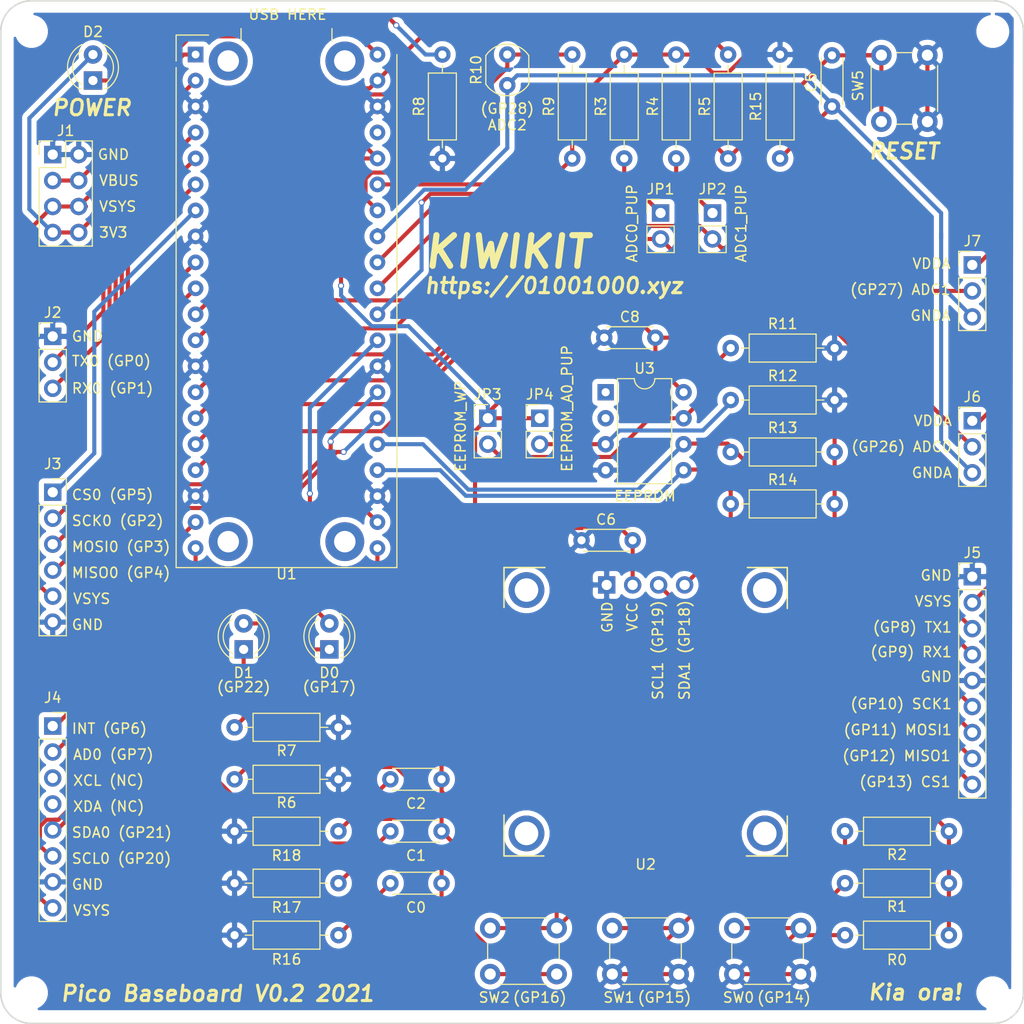
<source format=kicad_pcb>
(kicad_pcb (version 20171130) (host pcbnew 5.1.9-73d0e3b20d~88~ubuntu20.04.1)
  (layers (0 F.Cu signal) (31 B.Cu signal) (34 B.Paste user) (35 F.Paste user) (36 B.SilkS user) (37 F.SilkS user) (38 B.Mask user) (39 F.Mask user) (44 Edge.Cuts user))
  (net 0 "")
  (net 1 GND)
  (net 2 +3V3)
  (net 3 +5V)
  (net 4 GNDA)
  (net 5 VDDA)
  (net 6 "Net-(D1-Pad1)")
  (net 7 "Net-(D2-Pad1)")
  (net 8 VBUS)
  (net 9 "Net-(JP4-Pad2)")
  (net 10 /ADC2)
  (net 11 /~RST)
  (net 12 /LED0)
  (net 13 /I2C1_SCL)
  (net 14 /I2C1_SDA)
  (net 15 /LED1)
  (net 16 "Net-(D0-Pad1)")
  (net 17 "Net-(U1-Pad37)")
  (net 18 /GP1_UART0_RX)
  (net 19 /GP0_UART0_TX)
  (net 20 /GP5_SPI0_CS)
  (net 21 /GP2_SPI0_SCK)
  (net 22 /GP3_SPI0_MOSI)
  (net 23 /GP4_SPI0_MISO)
  (net 24 /GP13_SPI1_CS)
  (net 25 /GP12_SPI1_MISO)
  (net 26 /GP11_SPI1_MOSI)
  (net 27 /GP10_SPI1_SCK)
  (net 28 /GP9_UART1_RX)
  (net 29 /GP8_UART1_TX)
  (net 30 /XDA)
  (net 31 /XCL)
  (net 32 "Net-(JP1-Pad1)")
  (net 33 "Net-(JP2-Pad1)")
  (net 34 "Net-(JP3-Pad2)")
  (net 35 /GP20_I2C0_SDA)
  (net 36 /GP7_AD0)
  (net 37 /GP6_INT)
  (net 38 /GP21_I2C0_SCL)
  (net 39 /GP27_ADC1)
  (net 40 /GP26_ADC0)
  (net 41 "Net-(C0-Pad1)")
  (net 42 "Net-(C1-Pad1)")
  (net 43 "Net-(C2-Pad1)")
  (net 44 "Net-(C5-Pad1)")
  (net 45 "Net-(SW2-Pad1)")
  (net 46 /SW0)
  (net 47 /SW1)
  (net 48 /SW2)
  (module Connector_PinHeader_2.54mm:PinHeader_1x09_P2.54mm_Vertical (layer F.Cu) (at 144.996 106.312)
    (fp_text reference J5 (at 0 -2.33) (layer F.SilkS))
    (fp_text value Conn_01x09)
    (pad 9 thru_hole oval (at 0 20.32) (size 1.7 1.7) (drill 1) (layers *.Cu *.Mask) (net 24 /GP13_SPI1_CS))
    (pad 8 thru_hole oval (at 0 17.78) (size 1.7 1.7) (drill 1) (layers *.Cu *.Mask) (net 25 /GP12_SPI1_MISO))
    (pad 7 thru_hole oval (at 0 15.24) (size 1.7 1.7) (drill 1) (layers *.Cu *.Mask) (net 26 /GP11_SPI1_MOSI))
    (pad 6 thru_hole oval (at 0 12.7) (size 1.7 1.7) (drill 1) (layers *.Cu *.Mask) (net 27 /GP10_SPI1_SCK))
    (pad 5 thru_hole oval (at 0 10.16) (size 1.7 1.7) (drill 1) (layers *.Cu *.Mask) (net 1 GND))
    (pad 4 thru_hole oval (at 0 7.62) (size 1.7 1.7) (drill 1) (layers *.Cu *.Mask) (net 28 /GP9_UART1_RX))
    (pad 3 thru_hole oval (at 0 5.08) (size 1.7 1.7) (drill 1) (layers *.Cu *.Mask) (net 29 /GP8_UART1_TX))
    (pad 2 thru_hole oval (at 0 2.54) (size 1.7 1.7) (drill 1) (layers *.Cu *.Mask) (net 3 +5V))
    (pad 1 thru_hole rect (at 0 0) (size 1.7 1.7) (drill 1) (layers *.Cu *.Mask) (net 1 GND))
  )
  (module Connector_PinHeader_2.54mm:PinHeader_1x03_P2.54mm_Vertical (layer F.Cu) (at 55.08 82.817)
    (fp_text reference J2 (at 0 -2.33) (layer F.SilkS))
    (fp_text value Conn_01x03)
    (pad 3 thru_hole oval (at 0 5.08) (size 1.7 1.7) (drill 1) (layers *.Cu *.Mask) (net 18 /GP1_UART0_RX))
    (pad 2 thru_hole oval (at 0 2.54) (size 1.7 1.7) (drill 1) (layers *.Cu *.Mask) (net 19 /GP0_UART0_TX))
    (pad 1 thru_hole rect (at 0 0) (size 1.7 1.7) (drill 1) (layers *.Cu *.Mask) (net 1 GND))
  )
  (module Connector_PinHeader_2.54mm:PinHeader_2x04_P2.54mm_Vertical (layer F.Cu) (at 55.08 65.037)
    (fp_text reference J1 (at 1.27 -2.33) (layer F.SilkS))
    (fp_text value Conn_02x04_Odd_Even)
    (pad 8 thru_hole oval (at 2.54 7.62) (size 1.7 1.7) (drill 1) (layers *.Cu *.Mask) (net 2 +3V3))
    (pad 7 thru_hole oval (at 0 7.62) (size 1.7 1.7) (drill 1) (layers *.Cu *.Mask) (net 2 +3V3))
    (pad 6 thru_hole oval (at 2.54 5.08) (size 1.7 1.7) (drill 1) (layers *.Cu *.Mask) (net 3 +5V))
    (pad 5 thru_hole oval (at 0 5.08) (size 1.7 1.7) (drill 1) (layers *.Cu *.Mask) (net 3 +5V))
    (pad 4 thru_hole oval (at 2.54 2.54) (size 1.7 1.7) (drill 1) (layers *.Cu *.Mask) (net 8 VBUS))
    (pad 3 thru_hole oval (at 0 2.54) (size 1.7 1.7) (drill 1) (layers *.Cu *.Mask) (net 8 VBUS))
    (pad 2 thru_hole oval (at 2.54 0) (size 1.7 1.7) (drill 1) (layers *.Cu *.Mask) (net 1 GND))
    (pad 1 thru_hole rect (at 0 0) (size 1.7 1.7) (drill 1) (layers *.Cu *.Mask) (net 1 GND))
  )
  (module Button_Switch_THT:SW_PUSH_6mm_H9.5mm (layer F.Cu) (at 116.294 145.174 180)
    (fp_text reference SW1 (at 5.842 -2.286) (layer F.SilkS))
    (fp_text value SW_Push)
    (pad 1 thru_hole circle (at 6.5 0 270) (size 2 2) (drill 1.1) (layers *.Cu *.Mask) (net 1 GND))
    (pad 2 thru_hole circle (at 6.5 4.5 270) (size 2 2) (drill 1.1) (layers *.Cu *.Mask) (net 47 /SW1))
    (pad 1 thru_hole circle (at 0 0 270) (size 2 2) (drill 1.1) (layers *.Cu *.Mask) (net 1 GND))
    (pad 2 thru_hole circle (at 0 4.5 270) (size 2 2) (drill 1.1) (layers *.Cu *.Mask) (net 47 /SW1))
  )
  (module Resistor_THT:R_Axial_DIN0207_L6.3mm_D2.5mm_P10.16mm_Horizontal (layer F.Cu) (at 121.12 55.258 270)
    (fp_text reference R5 (at 5.08 2.286 90) (layer F.SilkS))
    (fp_text value 10K)
    (pad 2 thru_hole oval (at 10.16 0 270) (size 1.6 1.6) (drill 0.8) (layers *.Cu *.Mask) (net 11 /~RST))
    (pad 1 thru_hole circle (at 0 0 270) (size 1.6 1.6) (drill 0.8) (layers *.Cu *.Mask) (net 2 +3V3))
  )
  (module Resistor_THT:R_Axial_DIN0207_L6.3mm_D2.5mm_P10.16mm_Horizontal (layer F.Cu) (at 83.02 131.204 180)
    (fp_text reference R18 (at 5.08 -2.37) (layer F.SilkS))
    (fp_text value 100)
    (pad 2 thru_hole oval (at 10.16 0 180) (size 1.6 1.6) (drill 0.8) (layers *.Cu *.Mask) (net 1 GND))
    (pad 1 thru_hole circle (at 0 0 180) (size 1.6 1.6) (drill 0.8) (layers *.Cu *.Mask) (net 43 "Net-(C2-Pad1)"))
  )
  (module Resistor_THT:R_Axial_DIN0207_L6.3mm_D2.5mm_P10.16mm_Horizontal (layer F.Cu) (at 83.02 136.284 180)
    (fp_text reference R17 (at 5.08 -2.37) (layer F.SilkS))
    (fp_text value 100)
    (pad 2 thru_hole oval (at 10.16 0 180) (size 1.6 1.6) (drill 0.8) (layers *.Cu *.Mask) (net 1 GND))
    (pad 1 thru_hole circle (at 0 0 180) (size 1.6 1.6) (drill 0.8) (layers *.Cu *.Mask) (net 42 "Net-(C1-Pad1)"))
  )
  (module Resistor_THT:R_Axial_DIN0207_L6.3mm_D2.5mm_P10.16mm_Horizontal (layer F.Cu) (at 83.02 141.364 180)
    (fp_text reference R16 (at 5.08 -2.37) (layer F.SilkS))
    (fp_text value 100)
    (pad 2 thru_hole oval (at 10.16 0 180) (size 1.6 1.6) (drill 0.8) (layers *.Cu *.Mask) (net 1 GND))
    (pad 1 thru_hole circle (at 0 0 180) (size 1.6 1.6) (drill 0.8) (layers *.Cu *.Mask) (net 41 "Net-(C0-Pad1)"))
  )
  (module Resistor_THT:R_Axial_DIN0207_L6.3mm_D2.5mm_P10.16mm_Horizontal (layer F.Cu) (at 126.2 65.418 90)
    (fp_text reference R15 (at 5.08 -2.37 90) (layer F.SilkS))
    (fp_text value 100)
    (pad 2 thru_hole oval (at 10.16 0 90) (size 1.6 1.6) (drill 0.8) (layers *.Cu *.Mask) (net 1 GND))
    (pad 1 thru_hole circle (at 0 0 90) (size 1.6 1.6) (drill 0.8) (layers *.Cu *.Mask) (net 44 "Net-(C5-Pad1)"))
  )
  (module Resistor_THT:R_Axial_DIN0207_L6.3mm_D2.5mm_P10.16mm_Horizontal (layer F.Cu) (at 121.374 99.2)
    (fp_text reference R14 (at 5.08 -2.37) (layer F.SilkS))
    (fp_text value 10K)
    (pad 2 thru_hole oval (at 10.16 0) (size 1.6 1.6) (drill 0.8) (layers *.Cu *.Mask) (net 2 +3V3))
    (pad 1 thru_hole circle (at 0 0) (size 1.6 1.6) (drill 0.8) (layers *.Cu *.Mask) (net 14 /I2C1_SDA))
  )
  (module Resistor_THT:R_Axial_DIN0207_L6.3mm_D2.5mm_P10.16mm_Horizontal (layer F.Cu) (at 121.374 94.12)
    (fp_text reference R13 (at 5.08 -2.37) (layer F.SilkS))
    (fp_text value 10K)
    (pad 2 thru_hole oval (at 10.16 0) (size 1.6 1.6) (drill 0.8) (layers *.Cu *.Mask) (net 2 +3V3))
    (pad 1 thru_hole circle (at 0 0) (size 1.6 1.6) (drill 0.8) (layers *.Cu *.Mask) (net 13 /I2C1_SCL))
  )
  (module Resistor_THT:R_Axial_DIN0207_L6.3mm_D2.5mm_P10.16mm_Horizontal (layer F.Cu) (at 121.374 89.04)
    (fp_text reference R12 (at 5.08 -2.37) (layer F.SilkS))
    (fp_text value 10K)
    (pad 2 thru_hole oval (at 10.16 0) (size 1.6 1.6) (drill 0.8) (layers *.Cu *.Mask) (net 1 GND))
    (pad 1 thru_hole circle (at 0 0) (size 1.6 1.6) (drill 0.8) (layers *.Cu *.Mask) (net 9 "Net-(JP4-Pad2)"))
  )
  (module Resistor_THT:R_Axial_DIN0207_L6.3mm_D2.5mm_P10.16mm_Horizontal (layer F.Cu) (at 121.374 83.96)
    (fp_text reference R11 (at 5.08 -2.37) (layer F.SilkS))
    (fp_text value 10K)
    (pad 2 thru_hole oval (at 10.16 0) (size 1.6 1.6) (drill 0.8) (layers *.Cu *.Mask) (net 1 GND))
    (pad 1 thru_hole circle (at 0 0) (size 1.6 1.6) (drill 0.8) (layers *.Cu *.Mask) (net 34 "Net-(JP3-Pad2)"))
  )
  (module Resistor_THT:R_Axial_DIN0207_L6.3mm_D2.5mm_P10.16mm_Horizontal (layer F.Cu) (at 105.88 65.418 90)
    (fp_text reference R9 (at 5.08 -2.286 90) (layer F.SilkS))
    (fp_text value 10K)
    (pad 2 thru_hole oval (at 10.16 0 90) (size 1.6 1.6) (drill 0.8) (layers *.Cu *.Mask) (net 10 /ADC2))
    (pad 1 thru_hole circle (at 0 0 90) (size 1.6 1.6) (drill 0.8) (layers *.Cu *.Mask) (net 5 VDDA))
  )
  (module Resistor_THT:R_Axial_DIN0207_L6.3mm_D2.5mm_P10.16mm_Horizontal (layer F.Cu) (at 93.18 55.258 270)
    (fp_text reference R8 (at 5.08 2.286 90) (layer F.SilkS))
    (fp_text value 330)
    (pad 2 thru_hole oval (at 10.16 0 270) (size 1.6 1.6) (drill 0.8) (layers *.Cu *.Mask) (net 1 GND))
    (pad 1 thru_hole circle (at 0 0 270) (size 1.6 1.6) (drill 0.8) (layers *.Cu *.Mask) (net 7 "Net-(D2-Pad1)"))
  )
  (module Resistor_THT:R_Axial_DIN0207_L6.3mm_D2.5mm_P10.16mm_Horizontal (layer F.Cu) (at 72.86 121.044)
    (fp_text reference R7 (at 5.08 2.286) (layer F.SilkS))
    (fp_text value 330)
    (pad 2 thru_hole oval (at 10.16 0) (size 1.6 1.6) (drill 0.8) (layers *.Cu *.Mask) (net 1 GND))
    (pad 1 thru_hole circle (at 0 0) (size 1.6 1.6) (drill 0.8) (layers *.Cu *.Mask) (net 6 "Net-(D1-Pad1)"))
  )
  (module Resistor_THT:R_Axial_DIN0207_L6.3mm_D2.5mm_P10.16mm_Horizontal (layer F.Cu) (at 72.86 126.124)
    (fp_text reference R6 (at 5.08 2.286) (layer F.SilkS))
    (fp_text value 330)
    (pad 2 thru_hole oval (at 10.16 0) (size 1.6 1.6) (drill 0.8) (layers *.Cu *.Mask) (net 1 GND))
    (pad 1 thru_hole circle (at 0 0) (size 1.6 1.6) (drill 0.8) (layers *.Cu *.Mask) (net 16 "Net-(D0-Pad1)"))
  )
  (module Resistor_THT:R_Axial_DIN0207_L6.3mm_D2.5mm_P10.16mm_Horizontal (layer F.Cu) (at 116.04 65.418 90)
    (fp_text reference R4 (at 5.08 -2.286 90) (layer F.SilkS))
    (fp_text value 10K)
    (pad 2 thru_hole oval (at 10.16 0 90) (size 1.6 1.6) (drill 0.8) (layers *.Cu *.Mask) (net 5 VDDA))
    (pad 1 thru_hole circle (at 0 0 90) (size 1.6 1.6) (drill 0.8) (layers *.Cu *.Mask) (net 33 "Net-(JP2-Pad1)"))
  )
  (module Resistor_THT:R_Axial_DIN0207_L6.3mm_D2.5mm_P10.16mm_Horizontal (layer F.Cu) (at 110.96 65.418 90)
    (fp_text reference R3 (at 5.08 -2.286 90) (layer F.SilkS))
    (fp_text value 10K)
    (pad 2 thru_hole oval (at 10.16 0 90) (size 1.6 1.6) (drill 0.8) (layers *.Cu *.Mask) (net 5 VDDA))
    (pad 1 thru_hole circle (at 0 0 90) (size 1.6 1.6) (drill 0.8) (layers *.Cu *.Mask) (net 32 "Net-(JP1-Pad1)"))
  )
  (module Resistor_THT:R_Axial_DIN0207_L6.3mm_D2.5mm_P10.16mm_Horizontal (layer F.Cu) (at 132.55 131.204)
    (fp_text reference R2 (at 5.08 2.286) (layer F.SilkS))
    (fp_text value 10K)
    (pad 2 thru_hole oval (at 10.16 0) (size 1.6 1.6) (drill 0.8) (layers *.Cu *.Mask) (net 2 +3V3))
    (pad 1 thru_hole circle (at 0 0) (size 1.6 1.6) (drill 0.8) (layers *.Cu *.Mask) (net 48 /SW2))
  )
  (module Resistor_THT:R_Axial_DIN0207_L6.3mm_D2.5mm_P10.16mm_Horizontal (layer F.Cu) (at 132.55 136.284)
    (fp_text reference R1 (at 5.08 2.286) (layer F.SilkS))
    (fp_text value 10K)
    (pad 2 thru_hole oval (at 10.16 0) (size 1.6 1.6) (drill 0.8) (layers *.Cu *.Mask) (net 2 +3V3))
    (pad 1 thru_hole circle (at 0 0) (size 1.6 1.6) (drill 0.8) (layers *.Cu *.Mask) (net 47 /SW1))
  )
  (module Resistor_THT:R_Axial_DIN0207_L6.3mm_D2.5mm_P10.16mm_Horizontal (layer F.Cu) (at 132.55 141.364)
    (fp_text reference R0 (at 5.08 2.413) (layer F.SilkS))
    (fp_text value 10K)
    (pad 2 thru_hole oval (at 10.16 0) (size 1.6 1.6) (drill 0.8) (layers *.Cu *.Mask) (net 2 +3V3))
    (pad 1 thru_hole circle (at 0 0) (size 1.6 1.6) (drill 0.8) (layers *.Cu *.Mask) (net 46 /SW0))
  )
  (module LED_THT:LED_D4.0mm (layer F.Cu) (at 59.017 57.798 90)
    (fp_text reference D2 (at 4.7625 0 180) (layer F.SilkS))
    (fp_text value LED)
    (pad 2 thru_hole circle (at 2.54 0 90) (size 1.8 1.8) (drill 0.9) (layers *.Cu *.Mask) (net 2 +3V3))
    (pad 1 thru_hole rect (at 0 0 90) (size 1.8 1.8) (drill 0.9) (layers *.Cu *.Mask) (net 7 "Net-(D2-Pad1)"))
  )
  (module LED_THT:LED_D4.0mm (layer F.Cu) (at 73.749 113.424 90)
    (fp_text reference D1 (at -2.286 0 180) (layer F.SilkS))
    (fp_text value LED)
    (pad 2 thru_hole circle (at 2.54 0 90) (size 1.8 1.8) (drill 0.9) (layers *.Cu *.Mask) (net 15 /LED1))
    (pad 1 thru_hole rect (at 0 0 90) (size 1.8 1.8) (drill 0.9) (layers *.Cu *.Mask) (net 6 "Net-(D1-Pad1)"))
  )
  (module LED_THT:LED_D4.0mm (layer F.Cu) (at 82.131 113.424 90)
    (fp_text reference D0 (at -2.286 0 180) (layer F.SilkS))
    (fp_text value LED)
    (pad 2 thru_hole circle (at 2.54 0 90) (size 1.8 1.8) (drill 0.9) (layers *.Cu *.Mask) (net 12 /LED0))
    (pad 1 thru_hole rect (at 0 0 90) (size 1.8 1.8) (drill 0.9) (layers *.Cu *.Mask) (net 16 "Net-(D0-Pad1)"))
  )
  (module Capacitor_THT:C_Disc_D4.3mm_W1.9mm_P5.00mm (layer F.Cu) (at 114.008 82.944 180)
    (fp_text reference C8 (at 2.5 2.032) (layer F.SilkS))
    (fp_text value 100nF)
    (pad 2 thru_hole circle (at 5 0 180) (size 1.6 1.6) (drill 0.8) (layers *.Cu *.Mask) (net 1 GND))
    (pad 1 thru_hole circle (at 0 0 180) (size 1.6 1.6) (drill 0.8) (layers *.Cu *.Mask) (net 2 +3V3))
  )
  (module Capacitor_THT:C_Disc_D4.3mm_W1.9mm_P5.00mm (layer F.Cu) (at 111.7855 102.756 180)
    (fp_text reference C6 (at 2.6035 2.032) (layer F.SilkS))
    (fp_text value 100nF)
    (pad 2 thru_hole circle (at 5 0 180) (size 1.6 1.6) (drill 0.8) (layers *.Cu *.Mask) (net 1 GND))
    (pad 1 thru_hole circle (at 0 0 180) (size 1.6 1.6) (drill 0.8) (layers *.Cu *.Mask) (net 2 +3V3))
  )
  (module Capacitor_THT:C_Disc_D4.3mm_W1.9mm_P5.00mm (layer F.Cu) (at 131.28 60.338 90)
    (fp_text reference C5 (at 2.3495 -2.032 90) (layer F.SilkS))
    (fp_text value 100nF)
    (pad 2 thru_hole circle (at 5 0 90) (size 1.6 1.6) (drill 0.8) (layers *.Cu *.Mask) (net 11 /~RST))
    (pad 1 thru_hole circle (at 0 0 90) (size 1.6 1.6) (drill 0.8) (layers *.Cu *.Mask) (net 44 "Net-(C5-Pad1)"))
  )
  (module Capacitor_THT:C_Disc_D4.3mm_W1.9mm_P5.00mm (layer F.Cu) (at 88.1 126.124)
    (fp_text reference C2 (at 2.5 2.372) (layer F.SilkS))
    (fp_text value 100nF)
    (pad 2 thru_hole circle (at 5 0) (size 1.6 1.6) (drill 0.8) (layers *.Cu *.Mask) (net 48 /SW2))
    (pad 1 thru_hole circle (at 0 0) (size 1.6 1.6) (drill 0.8) (layers *.Cu *.Mask) (net 43 "Net-(C2-Pad1)"))
  )
  (module Capacitor_THT:C_Disc_D4.3mm_W1.9mm_P5.00mm (layer F.Cu) (at 88.1 131.204)
    (fp_text reference C1 (at 2.5 2.372) (layer F.SilkS))
    (fp_text value 100nF)
    (pad 2 thru_hole circle (at 5 0) (size 1.6 1.6) (drill 0.8) (layers *.Cu *.Mask) (net 47 /SW1))
    (pad 1 thru_hole circle (at 0 0) (size 1.6 1.6) (drill 0.8) (layers *.Cu *.Mask) (net 42 "Net-(C1-Pad1)"))
  )
  (module Capacitor_THT:C_Disc_D4.3mm_W1.9mm_P5.00mm (layer F.Cu) (at 88.1 136.284)
    (fp_text reference C0 (at 2.5 2.372) (layer F.SilkS))
    (fp_text value 100nF)
    (pad 2 thru_hole circle (at 5 0) (size 1.6 1.6) (drill 0.8) (layers *.Cu *.Mask) (net 46 /SW0))
    (pad 1 thru_hole circle (at 0 0) (size 1.6 1.6) (drill 0.8) (layers *.Cu *.Mask) (net 41 "Net-(C0-Pad1)"))
  )
  (module kiwih_kicad:raspberrypi-pico-module (layer F.Cu) (at 77.94 79.388)
    (fp_text reference U1 (at 0 26.67) (layer F.SilkS))
    (fp_text value raspberrypi-pico-module)
    (pad "" thru_hole circle (at 5.7 23.5) (size 3.8 3.8) (drill 2.1) (layers *.Cu *.Mask))
    (pad "" thru_hole circle (at -5.7 23.5) (size 3.8 3.8) (drill 2.1) (layers *.Cu *.Mask))
    (pad "" thru_hole circle (at 5.7 -23.5) (size 3.8 3.8) (drill 2.1) (layers *.Cu *.Mask))
    (pad "" thru_hole circle (at -5.7 -23.5) (size 3.8 3.8) (drill 2.1) (layers *.Cu *.Mask))
    (pad 40 thru_hole circle (at 8.89 -24.13) (size 1.524 1.524) (drill 0.762) (layers *.Cu *.Mask) (net 8 VBUS))
    (pad 39 thru_hole circle (at 8.89 -21.59) (size 1.524 1.524) (drill 0.762) (layers *.Cu *.Mask) (net 3 +5V))
    (pad 38 thru_hole circle (at 8.89 -19.05) (size 1.524 1.524) (drill 0.762) (layers *.Cu *.Mask) (net 1 GND))
    (pad 37 thru_hole circle (at 8.89 -16.51) (size 1.524 1.524) (drill 0.762) (layers *.Cu *.Mask) (net 17 "Net-(U1-Pad37)"))
    (pad 36 thru_hole circle (at 8.89 -13.97) (size 1.524 1.524) (drill 0.762) (layers *.Cu *.Mask) (net 2 +3V3))
    (pad 35 thru_hole circle (at 8.89 -11.43) (size 1.524 1.524) (drill 0.762) (layers *.Cu *.Mask) (net 5 VDDA))
    (pad 34 thru_hole circle (at 8.89 -8.89) (size 1.524 1.524) (drill 0.762) (layers *.Cu *.Mask) (net 10 /ADC2))
    (pad 33 thru_hole circle (at 8.89 -6.35) (size 1.524 1.524) (drill 0.762) (layers *.Cu *.Mask) (net 4 GNDA))
    (pad 32 thru_hole circle (at 8.89 -3.81) (size 1.524 1.524) (drill 0.762) (layers *.Cu *.Mask) (net 39 /GP27_ADC1))
    (pad 31 thru_hole circle (at 8.89 -1.27) (size 1.524 1.524) (drill 0.762) (layers *.Cu *.Mask) (net 40 /GP26_ADC0))
    (pad 30 thru_hole circle (at 8.89 1.27) (size 1.524 1.524) (drill 0.762) (layers *.Cu *.Mask) (net 11 /~RST))
    (pad 29 thru_hole circle (at 8.89 3.81) (size 1.524 1.524) (drill 0.762) (layers *.Cu *.Mask) (net 15 /LED1))
    (pad 28 thru_hole circle (at 8.89 6.35) (size 1.524 1.524) (drill 0.762) (layers *.Cu *.Mask) (net 1 GND))
    (pad 27 thru_hole circle (at 8.89 8.89) (size 1.524 1.524) (drill 0.762) (layers *.Cu *.Mask) (net 38 /GP21_I2C0_SCL))
    (pad 26 thru_hole circle (at 8.89 11.43) (size 1.524 1.524) (drill 0.762) (layers *.Cu *.Mask) (net 35 /GP20_I2C0_SDA))
    (pad 25 thru_hole circle (at 8.89 13.97) (size 1.524 1.524) (drill 0.762) (layers *.Cu *.Mask) (net 13 /I2C1_SCL))
    (pad 24 thru_hole circle (at 8.89 16.51) (size 1.524 1.524) (drill 0.762) (layers *.Cu *.Mask) (net 14 /I2C1_SDA))
    (pad 23 thru_hole circle (at 8.89 19.05) (size 1.524 1.524) (drill 0.762) (layers *.Cu *.Mask) (net 1 GND))
    (pad 22 thru_hole circle (at 8.89 21.59) (size 1.524 1.524) (drill 0.762) (layers *.Cu *.Mask) (net 12 /LED0))
    (pad 21 thru_hole circle (at 8.89 24.13) (size 1.524 1.524) (drill 0.762) (layers *.Cu *.Mask) (net 48 /SW2))
    (pad 20 thru_hole circle (at -8.89 24.13) (size 1.524 1.524) (drill 0.762) (layers *.Cu *.Mask) (net 47 /SW1))
    (pad 19 thru_hole circle (at -8.89 21.59) (size 1.524 1.524) (drill 0.762) (layers *.Cu *.Mask) (net 46 /SW0))
    (pad 18 thru_hole circle (at -8.89 19.05) (size 1.524 1.524) (drill 0.762) (layers *.Cu *.Mask) (net 1 GND))
    (pad 17 thru_hole circle (at -8.89 16.51) (size 1.524 1.524) (drill 0.762) (layers *.Cu *.Mask) (net 24 /GP13_SPI1_CS))
    (pad 16 thru_hole circle (at -8.89 13.97) (size 1.524 1.524) (drill 0.762) (layers *.Cu *.Mask) (net 25 /GP12_SPI1_MISO))
    (pad 15 thru_hole circle (at -8.89 11.43) (size 1.524 1.524) (drill 0.762) (layers *.Cu *.Mask) (net 26 /GP11_SPI1_MOSI))
    (pad 14 thru_hole circle (at -8.89 8.89) (size 1.524 1.524) (drill 0.762) (layers *.Cu *.Mask) (net 27 /GP10_SPI1_SCK))
    (pad 13 thru_hole circle (at -8.89 6.35) (size 1.524 1.524) (drill 0.762) (layers *.Cu *.Mask) (net 1 GND))
    (pad 12 thru_hole circle (at -8.89 3.81) (size 1.524 1.524) (drill 0.762) (layers *.Cu *.Mask) (net 28 /GP9_UART1_RX))
    (pad 11 thru_hole circle (at -8.89 1.27) (size 1.524 1.524) (drill 0.762) (layers *.Cu *.Mask) (net 29 /GP8_UART1_TX))
    (pad 10 thru_hole circle (at -8.89 -1.27) (size 1.524 1.524) (drill 0.762) (layers *.Cu *.Mask) (net 36 /GP7_AD0))
    (pad 9 thru_hole circle (at -8.89 -3.81) (size 1.524 1.524) (drill 0.762) (layers *.Cu *.Mask) (net 37 /GP6_INT))
    (pad 8 thru_hole circle (at -8.89 -6.35) (size 1.524 1.524) (drill 0.762) (layers *.Cu *.Mask) (net 1 GND))
    (pad 7 thru_hole circle (at -8.89 -8.89) (size 1.524 1.524) (drill 0.762) (layers *.Cu *.Mask) (net 20 /GP5_SPI0_CS))
    (pad 6 thru_hole circle (at -8.89 -11.43) (size 1.524 1.524) (drill 0.762) (layers *.Cu *.Mask) (net 23 /GP4_SPI0_MISO))
    (pad 5 thru_hole circle (at -8.89 -13.97) (size 1.524 1.524) (drill 0.762) (layers *.Cu *.Mask) (net 22 /GP3_SPI0_MOSI))
    (pad 4 thru_hole circle (at -8.89 -16.51) (size 1.524 1.524) (drill 0.762) (layers *.Cu *.Mask) (net 21 /GP2_SPI0_SCK))
    (pad 3 thru_hole circle (at -8.89 -19.05) (size 1.524 1.524) (drill 0.762) (layers *.Cu *.Mask) (net 1 GND))
    (pad 2 thru_hole circle (at -8.89 -21.59) (size 1.524 1.524) (drill 0.762) (layers *.Cu *.Mask) (net 18 /GP1_UART0_RX))
    (pad 1 thru_hole rect (at -8.89 -24.13) (size 1.524 1.524) (drill 0.762) (layers *.Cu *.Mask) (net 19 /GP0_UART0_TX))
  )
  (module Button_Switch_THT:SW_PUSH_6mm_H9.5mm (layer F.Cu) (at 104.356 145.174 180)
    (fp_text reference SW2 (at 6.096 -2.286) (layer F.SilkS))
    (fp_text value SW_Push)
    (pad 1 thru_hole circle (at 6.5 0 270) (size 2 2) (drill 1.1) (layers *.Cu *.Mask) (net 45 "Net-(SW2-Pad1)"))
    (pad 2 thru_hole circle (at 6.5 4.5 270) (size 2 2) (drill 1.1) (layers *.Cu *.Mask) (net 48 /SW2))
    (pad 1 thru_hole circle (at 0 0 270) (size 2 2) (drill 1.1) (layers *.Cu *.Mask) (net 45 "Net-(SW2-Pad1)"))
    (pad 2 thru_hole circle (at 0 4.5 270) (size 2 2) (drill 1.1) (layers *.Cu *.Mask) (net 48 /SW2))
  )
  (module Button_Switch_THT:SW_PUSH_6mm_H9.5mm (layer F.Cu) (at 128.232 145.174 180)
    (fp_text reference SW0 (at 6.096 -2.286) (layer F.SilkS))
    (fp_text value SW_Push)
    (pad 1 thru_hole circle (at 6.5 0 270) (size 2 2) (drill 1.1) (layers *.Cu *.Mask) (net 1 GND))
    (pad 2 thru_hole circle (at 6.5 4.5 270) (size 2 2) (drill 1.1) (layers *.Cu *.Mask) (net 46 /SW0))
    (pad 1 thru_hole circle (at 0 0 270) (size 2 2) (drill 1.1) (layers *.Cu *.Mask) (net 1 GND))
    (pad 2 thru_hole circle (at 0 4.5 270) (size 2 2) (drill 1.1) (layers *.Cu *.Mask) (net 46 /SW0))
  )
  (module MountingHole:MountingHole_2.2mm_M2 (layer F.Cu) (at 147 147)
    (fp_text reference H4 hide)
    (fp_text value MountingHole)
    (pad 1 np_thru_hole circle (at 0 0) (size 2.2 2.2) (drill 2.2) (layers *.Cu *.Mask))
  )
  (module MountingHole:MountingHole_2.2mm_M2 (layer F.Cu) (at 53 147)
    (fp_text reference H3 hide)
    (fp_text value MountingHole)
    (pad 1 np_thru_hole circle (at 0 0) (size 2.2 2.2) (drill 2.2) (layers *.Cu *.Mask))
  )
  (module MountingHole:MountingHole_2.2mm_M2 (layer F.Cu) (at 147 53)
    (fp_text reference H2 hide)
    (fp_text value MountingHole)
    (pad 1 np_thru_hole circle (at 0 0) (size 2.2 2.2) (drill 2.2) (layers *.Cu *.Mask))
  )
  (module MountingHole:MountingHole_2.2mm_M2 (layer F.Cu) (at 53 53)
    (fp_text reference H1 hide)
    (fp_text value MountingHole)
    (pad 1 np_thru_hole circle (at 0 0) (size 2.2 2.2) (drill 2.2) (layers *.Cu *.Mask))
  )
  (module Connector_PinHeader_2.54mm:PinHeader_1x02_P2.54mm_Vertical (layer F.Cu) (at 119.596 70.752)
    (fp_text reference JP2 (at 0 -2.33) (layer F.SilkS))
    (fp_text value Jumper)
    (pad 2 thru_hole oval (at 0 2.54) (size 1.7 1.7) (drill 1) (layers *.Cu *.Mask) (net 39 /GP27_ADC1))
    (pad 1 thru_hole rect (at 0 0) (size 1.7 1.7) (drill 1) (layers *.Cu *.Mask) (net 33 "Net-(JP2-Pad1)"))
  )
  (module Connector_PinHeader_2.54mm:PinHeader_1x02_P2.54mm_Vertical (layer F.Cu) (at 114.516 70.752)
    (fp_text reference JP1 (at 0 -2.33) (layer F.SilkS))
    (fp_text value Jumper)
    (pad 2 thru_hole oval (at 0 2.54) (size 1.7 1.7) (drill 1) (layers *.Cu *.Mask) (net 40 /GP26_ADC0))
    (pad 1 thru_hole rect (at 0 0) (size 1.7 1.7) (drill 1) (layers *.Cu *.Mask) (net 32 "Net-(JP1-Pad1)"))
  )
  (module Connector_PinHeader_2.54mm:PinHeader_1x03_P2.54mm_Vertical (layer F.Cu) (at 144.996 91.072)
    (fp_text reference J6 (at 0 -2.33) (layer F.SilkS))
    (fp_text value Conn_01x03)
    (pad 3 thru_hole oval (at 0 5.08) (size 1.7 1.7) (drill 1) (layers *.Cu *.Mask) (net 4 GNDA))
    (pad 2 thru_hole oval (at 0 2.54) (size 1.7 1.7) (drill 1) (layers *.Cu *.Mask) (net 40 /GP26_ADC0))
    (pad 1 thru_hole rect (at 0 0) (size 1.7 1.7) (drill 1) (layers *.Cu *.Mask) (net 5 VDDA))
  )
  (module Connector_PinHeader_2.54mm:PinHeader_1x03_P2.54mm_Vertical (layer F.Cu) (at 144.996 75.832)
    (fp_text reference J7 (at 0 -2.33) (layer F.SilkS))
    (fp_text value Conn_01x03)
    (pad 3 thru_hole oval (at 0 5.08) (size 1.7 1.7) (drill 1) (layers *.Cu *.Mask) (net 4 GNDA))
    (pad 2 thru_hole oval (at 0 2.54) (size 1.7 1.7) (drill 1) (layers *.Cu *.Mask) (net 39 /GP27_ADC1))
    (pad 1 thru_hole rect (at 0 0) (size 1.7 1.7) (drill 1) (layers *.Cu *.Mask) (net 5 VDDA))
  )
  (module Connector_PinSocket_2.54mm:PinSocket_1x08_P2.54mm_Vertical (layer F.Cu) (at 55.08 120.917)
    (fp_text reference J4 (at 0 -2.77) (layer F.SilkS))
    (fp_text value Conn_01x08)
    (pad 8 thru_hole oval (at 0 17.78) (size 1.7 1.7) (drill 1) (layers *.Cu *.Mask) (net 3 +5V))
    (pad 7 thru_hole oval (at 0 15.24) (size 1.7 1.7) (drill 1) (layers *.Cu *.Mask) (net 1 GND))
    (pad 6 thru_hole oval (at 0 12.7) (size 1.7 1.7) (drill 1) (layers *.Cu *.Mask) (net 38 /GP21_I2C0_SCL))
    (pad 5 thru_hole oval (at 0 10.16) (size 1.7 1.7) (drill 1) (layers *.Cu *.Mask) (net 35 /GP20_I2C0_SDA))
    (pad 4 thru_hole oval (at 0 7.62) (size 1.7 1.7) (drill 1) (layers *.Cu *.Mask) (net 30 /XDA))
    (pad 3 thru_hole oval (at 0 5.08) (size 1.7 1.7) (drill 1) (layers *.Cu *.Mask) (net 31 /XCL))
    (pad 2 thru_hole oval (at 0 2.54) (size 1.7 1.7) (drill 1) (layers *.Cu *.Mask) (net 36 /GP7_AD0))
    (pad 1 thru_hole rect (at 0 0) (size 1.7 1.7) (drill 1) (layers *.Cu *.Mask) (net 37 /GP6_INT))
  )
  (module OptoDevice:R_LDR_5.0x4.1mm_P3mm_Vertical (layer F.Cu) (at 99.53 55.258 270)
    (fp_text reference R10 (at 1.5 3.048 90) (layer F.SilkS))
    (fp_text value 5-10K)
    (pad 2 thru_hole circle (at 3 0 270) (size 1.6 1.6) (drill 0.8) (layers *.Cu *.Mask) (net 4 GNDA))
    (pad 1 thru_hole circle (at 0 0 270) (size 1.6 1.6) (drill 0.8) (layers *.Cu *.Mask) (net 10 /ADC2))
  )
  (module Connector_PinSocket_2.54mm:PinSocket_1x06_P2.54mm_Vertical (layer F.Cu) (at 55.08 98.057)
    (fp_text reference J3 (at 0 -2.77) (layer F.SilkS))
    (fp_text value Conn_01x06)
    (pad 6 thru_hole oval (at 0 12.7) (size 1.7 1.7) (drill 1) (layers *.Cu *.Mask) (net 1 GND))
    (pad 5 thru_hole oval (at 0 10.16) (size 1.7 1.7) (drill 1) (layers *.Cu *.Mask) (net 3 +5V))
    (pad 4 thru_hole oval (at 0 7.62) (size 1.7 1.7) (drill 1) (layers *.Cu *.Mask) (net 23 /GP4_SPI0_MISO))
    (pad 3 thru_hole oval (at 0 5.08) (size 1.7 1.7) (drill 1) (layers *.Cu *.Mask) (net 22 /GP3_SPI0_MOSI))
    (pad 2 thru_hole oval (at 0 2.54) (size 1.7 1.7) (drill 1) (layers *.Cu *.Mask) (net 21 /GP2_SPI0_SCK))
    (pad 1 thru_hole rect (at 0 0) (size 1.7 1.7) (drill 1) (layers *.Cu *.Mask) (net 20 /GP5_SPI0_CS))
  )
  (module Button_Switch_THT:SW_PUSH_6mm_H4.3mm (layer F.Cu) (at 140.606 55.3215 270)
    (fp_text reference SW5 (at 2.9845 6.786 90) (layer F.SilkS))
    (fp_text value SW_Push)
    (pad 1 thru_hole circle (at 6.5 0) (size 2 2) (drill 1.1) (layers *.Cu *.Mask) (net 1 GND))
    (pad 2 thru_hole circle (at 6.5 4.5) (size 2 2) (drill 1.1) (layers *.Cu *.Mask) (net 11 /~RST))
    (pad 1 thru_hole circle (at 0 0) (size 2 2) (drill 1.1) (layers *.Cu *.Mask) (net 1 GND))
    (pad 2 thru_hole circle (at 0 4.5) (size 2 2) (drill 1.1) (layers *.Cu *.Mask) (net 11 /~RST))
  )
  (module Package_DIP:DIP-8_W7.62mm (layer F.Cu) (at 109.144 88.278)
    (fp_text reference U3 (at 3.81 -2.33) (layer F.SilkS))
    (fp_text value AT24CS08-XHM)
    (pad 8 thru_hole oval (at 7.62 0) (size 1.6 1.6) (drill 0.8) (layers *.Cu *.Mask) (net 2 +3V3))
    (pad 4 thru_hole oval (at 0 7.62) (size 1.6 1.6) (drill 0.8) (layers *.Cu *.Mask) (net 1 GND))
    (pad 7 thru_hole oval (at 7.62 2.54) (size 1.6 1.6) (drill 0.8) (layers *.Cu *.Mask) (net 34 "Net-(JP3-Pad2)"))
    (pad 3 thru_hole oval (at 0 5.08) (size 1.6 1.6) (drill 0.8) (layers *.Cu *.Mask) (net 9 "Net-(JP4-Pad2)"))
    (pad 6 thru_hole oval (at 7.62 5.08) (size 1.6 1.6) (drill 0.8) (layers *.Cu *.Mask) (net 13 /I2C1_SCL))
    (pad 2 thru_hole oval (at 0 2.54) (size 1.6 1.6) (drill 0.8) (layers *.Cu *.Mask))
    (pad 5 thru_hole oval (at 7.62 7.62) (size 1.6 1.6) (drill 0.8) (layers *.Cu *.Mask) (net 14 /I2C1_SDA))
    (pad 1 thru_hole rect (at 0 0) (size 1.6 1.6) (drill 0.8) (layers *.Cu *.Mask))
  )
  (module Connector_PinHeader_2.54mm:PinHeader_1x02_P2.54mm_Vertical (layer F.Cu) (at 97.625 90.818)
    (fp_text reference JP3 (at 0 -2.33) (layer F.SilkS))
    (fp_text value Jumper)
    (pad 2 thru_hole oval (at 0 2.54) (size 1.7 1.7) (drill 1) (layers *.Cu *.Mask) (net 34 "Net-(JP3-Pad2)"))
    (pad 1 thru_hole rect (at 0 0) (size 1.7 1.7) (drill 1) (layers *.Cu *.Mask) (net 2 +3V3))
  )
  (module Connector_PinHeader_2.54mm:PinHeader_1x02_P2.54mm_Vertical (layer F.Cu) (at 102.705 90.818)
    (fp_text reference JP4 (at 0 -2.33) (layer F.SilkS))
    (fp_text value Jumper)
    (pad 2 thru_hole oval (at 0 2.54) (size 1.7 1.7) (drill 1) (layers *.Cu *.Mask) (net 9 "Net-(JP4-Pad2)"))
    (pad 1 thru_hole rect (at 0 0) (size 1.7 1.7) (drill 1) (layers *.Cu *.Mask) (net 2 +3V3))
  )
  (module kiwih_kicad:OLED-I2C-Module-Aliexpress (layer F.Cu) (at 113.0555 119.52)
    (fp_text reference U2 (at 0 14.9225) (layer F.SilkS))
    (fp_text value OLED-I2C-Module-Aliexpress)
    (fp_text user "SDA1 (GP18)" (at 3.8 -6.02 90) (layer F.SilkS))
    (fp_text user "SCL1 (GP19)" (at 1.1945 -6.02 90) (layer F.SilkS))
    (fp_text user VCC (at -1.3055 -9.27 90) (layer F.SilkS))
    (fp_text user GND (at -3.75 -9.25 90) (layer F.SilkS))
    (pad 4 thru_hole circle (at 3.81 -12.4) (size 1.7 1.7) (drill 1) (layers *.Cu *.Mask) (net 14 /I2C1_SDA))
    (pad 3 thru_hole circle (at 1.27 -12.4) (size 1.7 1.7) (drill 1) (layers *.Cu *.Mask) (net 13 /I2C1_SCL))
    (pad 2 thru_hole circle (at -1.27 -12.4) (size 1.7 1.7) (drill 1) (layers *.Cu *.Mask) (net 2 +3V3))
    (pad 1 thru_hole rect (at -3.81 -12.4) (size 1.7 1.7) (drill 1) (layers *.Cu *.Mask) (net 1 GND))
    (pad "" thru_hole circle (at 11.65 11.9) (size 3.5 3.5) (drill 2.3) (layers *.Cu *.Mask))
    (pad "" thru_hole circle (at -11.65 11.9) (size 3.5 3.5) (drill 2.3) (layers *.Cu *.Mask))
    (pad "" thru_hole circle (at 11.65 -11.9) (size 3.5 3.5) (drill 2.3) (layers *.Cu *.Mask))
    (pad "" thru_hole circle (at -11.65 -11.9) (size 3.5 3.5) (drill 2.3) (layers *.Cu *.Mask))
  )
  (gr_text "(GP17)" (at 82.131 117.107) (layer F.SilkS) (effects (font (size 1 1))))
  (gr_text "(GP22)" (at 73.749 117.107) (layer F.SilkS) (effects (font (size 1 1))))
  (gr_text " (GP14)" (at 126.2 147.46) (layer F.SilkS) (effects (font (size 1 1))))
  (gr_text " (GP15)" (at 114.516 147.46) (layer F.SilkS) (effects (font (size 1 1))))
  (gr_text " (GP16)" (at 102.324 147.46) (layer F.SilkS) (effects (font (size 1 1))))
  (gr_text "(GP28)\nADC2" (at 99.53 61.354) (layer F.SilkS) (effects (font (size 1 1))))
  (gr_text POWER (at 58.89 60.465) (layer F.SilkS) (effects (font (size 1.5 1.5) (thickness 0.3) italic)))
  (gr_text "Kia ora!" (at 139.408 146.952) (layer F.SilkS) (effects (font (size 1.5 1.5) (thickness 0.3) italic)))
  (gr_text "USB HERE" (at 78.0416 51.3464) (layer F.SilkS) (effects (font (size 1 1))))
  (gr_text RESET (at 138.3285 64.7195) (layer F.SilkS) (effects (font (size 1.5 1.5) (thickness 0.3) italic)))
  (gr_text GNDA (at 142.964 80.785) (layer F.SilkS) (effects (font (size 1 1)) (justify right)))
  (gr_text VDDA (at 142.964 75.705) (layer F.SilkS) (effects (font (size 1 1)) (justify right)))
  (gr_text "(GP27) ADC1" (at 142.964 78.245) (layer F.SilkS) (effects (font (size 1 1)) (justify right)))
  (gr_text VDDA (at 143.091 91.072) (layer F.SilkS) (effects (font (size 1 1)) (justify right)))
  (gr_text "(GP26) ADC0" (at 143.091 93.612) (layer F.SilkS) (effects (font (size 1 1)) (justify right)))
  (gr_text GNDA (at 143.091 96.152) (layer F.SilkS) (effects (font (size 1 1)) (justify right)))
  (gr_text "(GP13) CS1" (at 142.964 126.378) (layer F.SilkS) (effects (font (size 1 1)) (justify right)))
  (gr_text "(GP12) MISO1" (at 142.964 123.838) (layer F.SilkS) (effects (font (size 1 1)) (justify right)))
  (gr_text "(GP11) MOSI1" (at 143.091 121.298) (layer F.SilkS) (effects (font (size 1 1)) (justify right)))
  (gr_text "(GP10) SCK1" (at 143.091 118.758) (layer F.SilkS) (effects (font (size 1 1)) (justify right)))
  (gr_text GND (at 143.091 116.091) (layer F.SilkS) (effects (font (size 1 1)) (justify right)))
  (gr_text "(GP9) RX1" (at 143.091 113.678) (layer F.SilkS) (effects (font (size 1 1)) (justify right)))
  (gr_text "(GP8) TX1" (at 143.091 111.265) (layer F.SilkS) (effects (font (size 1 1)) (justify right)))
  (gr_text GND (at 143.091 106.185) (layer F.SilkS) (effects (font (size 1 1)) (justify right)))
  (gr_text VSYS (at 143.091 108.725) (layer F.SilkS) (effects (font (size 1 1)) (justify right)))
  (gr_text 3V3 (at 59.525 72.657) (layer F.SilkS) (effects (font (size 1 1)) (justify left)))
  (gr_text VSYS (at 59.525 70.117) (layer F.SilkS) (effects (font (size 1 1)) (justify left)))
  (gr_text VBUS (at 59.525 67.577) (layer F.SilkS) (effects (font (size 1 1)) (justify left)))
  (gr_text GND (at 59.398 65.037) (layer F.SilkS) (effects (font (size 1 1)) (justify left)))
  (gr_text "RX0 (GP1)" (at 56.858 87.897) (layer F.SilkS) (effects (font (size 1 1)) (justify left)))
  (gr_text "TX0 (GP0)" (at 56.858 85.23) (layer F.SilkS) (effects (font (size 1 1)) (justify left)))
  (gr_text GND (at 56.858 82.817) (layer F.SilkS) (effects (font (size 1 1)) (justify left)))
  (gr_text "MOSI0 (GP3)" (at 56.858 103.391) (layer F.SilkS) (effects (font (size 1 1)) (justify left)))
  (gr_text "MISO0 (GP4)" (at 56.858 105.931) (layer F.SilkS) (effects (font (size 1 1)) (justify left)))
  (gr_text "CS0 (GP5)" (at 56.858 98.311) (layer F.SilkS) (effects (font (size 1 1)) (justify left)))
  (gr_text "SCK0 (GP2)" (at 56.858 100.851) (layer F.SilkS) (effects (font (size 1 1)) (justify left)))
  (gr_text GND (at 56.858 111.011) (layer F.SilkS) (effects (font (size 1 1)) (justify left)))
  (gr_text VSYS (at 56.985 108.471) (layer F.SilkS) (effects (font (size 1 1)) (justify left)))
  (gr_text VSYS (at 56.985 138.951) (layer F.SilkS) (effects (font (size 1 1)) (justify left)))
  (gr_text GND (at 56.858 136.411) (layer F.SilkS) (effects (font (size 1 1)) (justify left)))
  (gr_text "SCL0 (GP20)" (at 56.858 133.871) (layer F.SilkS) (effects (font (size 1 1)) (justify left)))
  (gr_text "SDA0 (GP21)\n" (at 56.858 131.331) (layer F.SilkS) (effects (font (size 1 1)) (justify left)))
  (gr_text "XDA (NC)" (at 56.985 128.791) (layer F.SilkS) (effects (font (size 1 1)) (justify left)))
  (gr_text "XCL (NC)" (at 56.985 126.251) (layer F.SilkS) (effects (font (size 1 1)) (justify left)))
  (gr_text "AD0 (GP7)" (at 56.985 123.711) (layer F.SilkS) (effects (font (size 1 1)) (justify left)))
  (gr_text "INT (GP6)" (at 56.858 121.171) (layer F.SilkS) (effects (font (size 1 1)) (justify left)))
  (gr_text ADC0_PUP (at 111.722 71.768 90) (layer F.SilkS) (effects (font (size 1 1))))
  (gr_text ADC1_PUP (at 122.39 71.768 90) (layer F.SilkS) (effects (font (size 1 1))))
  (gr_arc (start 147 147) (end 147 150) (angle -90) (layer Edge.Cuts) (width 0.15))
  (gr_arc (start 147 53) (end 150 53) (angle -90) (layer Edge.Cuts) (width 0.15))
  (gr_arc (start 53 53) (end 53 50) (angle -90) (layer Edge.Cuts) (width 0.15))
  (gr_arc (start 53 147) (end 50 147) (angle -90) (layer Edge.Cuts) (width 0.15))
  (gr_text https://01001000.xyz (at 104.102 77.864) (layer F.SilkS) (effects (font (size 1.5 1.5) (thickness 0.3) italic)))
  (gr_text "Pico Baseboard V0.2 2021" (at 71.209 147.079) (layer F.SilkS) (effects (font (size 1.5 1.5) (thickness 0.3) italic)))
  (gr_text KIWIKIT (at 99.53 74.562) (layer F.SilkS) (effects (font (size 3 3) (thickness 0.6) italic)))
  (gr_text EEPROM_A0_PUP (at 105.372 96.152 90) (layer F.SilkS) (effects (font (size 1 1)) (justify left)))
  (gr_text EEPROM_WP (at 94.958 96.152 90) (layer F.SilkS) (effects (font (size 1 1)) (justify left)))
  (gr_text EEPROM (at 112.992 98.438) (layer F.SilkS) (effects (font (size 1 1))))
  (gr_line (start 53 150) (end 147 150) (layer Edge.Cuts) (width 0.15))
  (gr_line (start 150 53) (end 150 147) (layer Edge.Cuts) (width 0.15))
  (gr_line (start 53 50) (end 147 50) (layer Edge.Cuts) (width 0.15))
  (gr_line (start 50 53) (end 50 147) (layer Edge.Cuts) (width 0.15))
  (segment (start 109.794 145.174) (end 116.294 145.174) (width 0.4) (layer F.Cu) (net 1))
  (segment (start 121.732 145.174) (end 128.232 145.174) (width 0.4) (layer F.Cu) (net 1))
  (segment (start 140.606 55.3215) (end 140.606 61.8215) (width 0.4) (layer F.Cu) (net 1))
  (segment (start 57.61 72.657) (end 55.07 72.657) (width 0.4) (layer F.Cu) (net 2))
  (segment (start 110.585499 101.555999) (end 111.7855 102.756) (width 0.4) (layer F.Cu) (net 2))
  (segment (start 111.7855 102.756) (end 111.7855 107.12) (width 0.4) (layer F.Cu) (net 2))
  (segment (start 97.625 90.818) (end 102.705 90.818) (width 0.4) (layer F.Cu) (net 2))
  (segment (start 97.625 90.818) (end 96.374999 92.068001) (width 0.4) (layer F.Cu) (net 2))
  (segment (start 96.374999 92.068001) (end 96.374999 99.473999) (width 0.4) (layer F.Cu) (net 2))
  (segment (start 114.008 85.522) (end 116.764 88.278) (width 0.4) (layer F.Cu) (net 2))
  (segment (start 114.008 82.944) (end 114.008 85.522) (width 0.4) (layer F.Cu) (net 2))
  (segment (start 114.008 82.944) (end 111.595 80.531) (width 0.4) (layer F.Cu) (net 2))
  (segment (start 111.595 80.531) (end 107.404 80.531) (width 0.4) (layer F.Cu) (net 2))
  (segment (start 97.625 90.31) (end 97.625 90.818) (width 0.4) (layer F.Cu) (net 2))
  (segment (start 107.404 80.531) (end 97.625 90.31) (width 0.4) (layer F.Cu) (net 2))
  (segment (start 114.008 82.944) (end 119.596 82.944) (width 0.4) (layer F.Cu) (net 2))
  (segment (start 119.596 82.944) (end 120.358 82.182) (width 0.4) (layer F.Cu) (net 2))
  (segment (start 120.358 82.182) (end 122.39 82.182) (width 0.4) (layer F.Cu) (net 2))
  (segment (start 131.534 99.2) (end 131.534 94.12) (width 0.4) (layer F.Cu) (net 2))
  (segment (start 131.534 91.326) (end 124.676 84.468) (width 0.4) (layer F.Cu) (net 2))
  (segment (start 131.534 94.12) (end 131.534 91.326) (width 0.4) (layer F.Cu) (net 2))
  (segment (start 124.676 84.468) (end 125.184 84.976) (width 0.4) (layer F.Cu) (net 2))
  (segment (start 122.39 82.182) (end 124.676 84.468) (width 0.4) (layer F.Cu) (net 2))
  (segment (start 98.456999 101.555999) (end 96.374999 99.473999) (width 0.4) (layer F.Cu) (net 2))
  (segment (start 110.585499 101.555999) (end 98.456999 101.555999) (width 0.4) (layer F.Cu) (net 2))
  (segment (start 60.25201 66.34199) (end 60.25201 70.01499) (width 0.4) (layer F.Cu) (net 2))
  (segment (start 60.25201 70.01499) (end 57.61 72.657) (width 0.4) (layer F.Cu) (net 2))
  (segment (start 64.244999 62.349001) (end 60.25201 66.34199) (width 0.4) (layer F.Cu) (net 2))
  (segment (start 68.583998 53.48) (end 64.244999 57.818999) (width 0.4) (layer F.Cu) (net 2))
  (segment (start 64.244999 57.818999) (end 64.244999 62.349001) (width 0.4) (layer F.Cu) (net 2))
  (segment (start 74.892 53.48) (end 68.583998 53.48) (width 0.4) (layer F.Cu) (net 2))
  (segment (start 119.43401 53.57201) (end 118.67201 53.57201) (width 0.4) (layer F.Cu) (net 2))
  (segment (start 121.12 55.258) (end 119.43401 53.57201) (width 0.4) (layer F.Cu) (net 2))
  (segment (start 80.572009 59.160009) (end 92.071991 59.160009) (width 0.4) (layer F.Cu) (net 2))
  (segment (start 80.353 58.941) (end 80.572009 59.160009) (width 0.4) (layer F.Cu) (net 2))
  (segment (start 86.83 65.418) (end 80.353 58.941) (width 0.4) (layer F.Cu) (net 2))
  (segment (start 80.353 58.941) (end 74.892 53.48) (width 0.4) (layer F.Cu) (net 2))
  (segment (start 97.65999 53.57201) (end 102.23199 53.57201) (width 0.4) (layer F.Cu) (net 2))
  (segment (start 92.071991 59.160009) (end 97.65999 53.57201) (width 0.4) (layer F.Cu) (net 2))
  (segment (start 102.23199 53.57201) (end 118.67201 53.57201) (width 0.4) (layer F.Cu) (net 2))
  (segment (start 101.21599 53.57201) (end 102.23199 53.57201) (width 0.4) (layer F.Cu) (net 2))
  (segment (start 59.017 55.258) (end 52.794 61.481) (width 0.4) (layer B.Cu) (net 2))
  (segment (start 52.794 70.381) (end 55.07 72.657) (width 0.4) (layer B.Cu) (net 2))
  (segment (start 52.794 61.481) (end 52.794 70.381) (width 0.4) (layer B.Cu) (net 2))
  (segment (start 86.272239 81.820001) (end 83.274 78.821762) (width 0.4) (layer B.Cu) (net 2))
  (segment (start 89.877001 81.820001) (end 86.272239 81.820001) (width 0.4) (layer B.Cu) (net 2))
  (segment (start 97.625 89.568) (end 89.877001 81.820001) (width 0.4) (layer B.Cu) (net 2))
  (segment (start 97.625 90.818) (end 97.625 89.568) (width 0.4) (layer B.Cu) (net 2))
  (segment (start 83.274 78.821762) (end 83.274 77.864) (width 0.4) (layer B.Cu) (net 2))
  (segment (start 83.274 77.864) (end 83.274 77.864) (width 0.4) (layer B.Cu) (net 2))
  (via (at 83.274 77.864) (size 0.6) (drill 0.4) (layers F.Cu B.Cu) (net 2))
  (segment (start 84.798 65.418) (end 86.83 65.418) (width 0.4) (layer F.Cu) (net 2))
  (segment (start 83.274 66.942) (end 84.798 65.418) (width 0.4) (layer F.Cu) (net 2))
  (segment (start 83.274 77.864) (end 83.274 66.942) (width 0.4) (layer F.Cu) (net 2))
  (segment (start 131.534 120.028) (end 142.71 131.204) (width 0.4) (layer F.Cu) (net 2))
  (segment (start 131.534 99.2) (end 131.534 120.028) (width 0.4) (layer F.Cu) (net 2))
  (segment (start 142.71 131.204) (end 142.71 136.284) (width 0.4) (layer F.Cu) (net 2))
  (segment (start 142.71 136.284) (end 142.71 141.364) (width 0.4) (layer F.Cu) (net 2))
  (segment (start 57.61 70.117) (end 55.07 70.117) (width 0.4) (layer F.Cu) (net 3))
  (segment (start 55.07 70.117) (end 52.794 72.393) (width 0.4) (layer F.Cu) (net 3))
  (segment (start 52.794 72.393) (end 52.794 105.169) (width 0.4) (layer F.Cu) (net 3))
  (segment (start 52.794 105.169) (end 52.794 105.677) (width 0.4) (layer F.Cu) (net 3))
  (segment (start 86.068001 58.559999) (end 80.820541 58.559999) (width 0.4) (layer F.Cu) (net 3))
  (segment (start 86.83 57.798) (end 86.068001 58.559999) (width 0.4) (layer F.Cu) (net 3))
  (segment (start 80.820541 58.559999) (end 75.140532 52.87999) (width 0.4) (layer F.Cu) (net 3))
  (segment (start 58.337456 70.117) (end 57.61 70.117) (width 0.4) (layer F.Cu) (net 3))
  (segment (start 75.140532 52.87999) (end 68.335465 52.879991) (width 0.4) (layer F.Cu) (net 3))
  (segment (start 52.794 106.185) (end 52.794 105.677) (width 0.4) (layer F.Cu) (net 3))
  (segment (start 55.08 108.471) (end 52.794 106.185) (width 0.4) (layer F.Cu) (net 3))
  (segment (start 52.794 136.665) (end 52.794 134.887) (width 0.4) (layer F.Cu) (net 3))
  (segment (start 55.08 138.951) (end 52.794 136.665) (width 0.4) (layer F.Cu) (net 3))
  (segment (start 52.794 134.887) (end 52.794 136.157) (width 0.4) (layer F.Cu) (net 3))
  (segment (start 52.794 105.169) (end 52.794 134.887) (width 0.4) (layer F.Cu) (net 3))
  (segment (start 91.656 52.972) (end 86.83 57.798) (width 0.4) (layer F.Cu) (net 3))
  (segment (start 147.198271 57.968271) (end 142.202 52.972) (width 0.4) (layer F.Cu) (net 3))
  (segment (start 142.202 52.972) (end 91.656 52.972) (width 0.4) (layer F.Cu) (net 3))
  (segment (start 148.136009 72.027467) (end 147.198271 71.089729) (width 0.4) (layer F.Cu) (net 3))
  (segment (start 147.198271 71.089729) (end 147.198271 57.968271) (width 0.4) (layer F.Cu) (net 3))
  (segment (start 148.136009 105.711991) (end 148.136009 100.377991) (width 0.4) (layer F.Cu) (net 3))
  (segment (start 144.996 108.852) (end 148.136009 105.711991) (width 0.4) (layer F.Cu) (net 3))
  (segment (start 148.136009 100.377991) (end 148.136009 72.027467) (width 0.4) (layer F.Cu) (net 3))
  (segment (start 148.13601 101.13999) (end 148.136009 100.377991) (width 0.4) (layer F.Cu) (net 3))
  (segment (start 68.335465 52.879991) (end 63.644989 57.570467) (width 0.4) (layer F.Cu) (net 3))
  (segment (start 63.644989 57.570467) (end 63.644989 62.100469) (width 0.4) (layer F.Cu) (net 3))
  (segment (start 63.644989 62.100469) (end 59.652 66.093458) (width 0.4) (layer F.Cu) (net 3))
  (segment (start 59.652 68.075) (end 57.61 70.117) (width 0.4) (layer F.Cu) (net 3))
  (segment (start 59.652 66.093458) (end 59.652 68.075) (width 0.4) (layer F.Cu) (net 3))
  (segment (start 86.83 72.53) (end 86.83 73.038) (width 0.4) (layer B.Cu) (net 4))
  (segment (start 144.996 80.912) (end 141.948 77.864) (width 0.4) (layer B.Cu) (net 4))
  (segment (start 141.948 73.292) (end 141.948 72.784) (width 0.4) (layer B.Cu) (net 4))
  (segment (start 141.948 77.61) (end 141.948 93.104) (width 0.4) (layer B.Cu) (net 4))
  (segment (start 141.948 93.104) (end 144.996 96.152) (width 0.4) (layer B.Cu) (net 4))
  (segment (start 141.948 77.864) (end 141.948 77.61) (width 0.4) (layer B.Cu) (net 4))
  (segment (start 141.948 77.61) (end 141.948 72.784) (width 0.4) (layer B.Cu) (net 4))
  (segment (start 86.83 73.038) (end 86.83 72.404998) (width 0.4) (layer B.Cu) (net 4))
  (segment (start 95.466 68.466) (end 99.53 64.402) (width 0.4) (layer B.Cu) (net 4))
  (segment (start 99.53 64.402) (end 99.53 58.258) (width 0.4) (layer B.Cu) (net 4))
  (segment (start 91.402 68.466) (end 95.466 68.466) (width 0.4) (layer B.Cu) (net 4))
  (segment (start 86.83 73.038) (end 91.402 68.466) (width 0.4) (layer B.Cu) (net 4))
  (segment (start 100.498 57.29) (end 99.53 58.258) (width 0.4) (layer B.Cu) (net 4))
  (segment (start 128.484002 57.29) (end 100.498 57.29) (width 0.4) (layer B.Cu) (net 4))
  (segment (start 141.948 70.753998) (end 128.484002 57.29) (width 0.4) (layer B.Cu) (net 4))
  (segment (start 141.948 72.784) (end 141.948 70.753998) (width 0.4) (layer B.Cu) (net 4))
  (segment (start 146.598261 71.338261) (end 147.536 72.276) (width 0.4) (layer F.Cu) (net 5))
  (segment (start 141.953468 53.57201) (end 146.598261 58.216803) (width 0.4) (layer F.Cu) (net 5))
  (segment (start 146.598261 58.216803) (end 146.598261 71.338261) (width 0.4) (layer F.Cu) (net 5))
  (segment (start 145.504 75.832) (end 147.536 73.8) (width 0.4) (layer F.Cu) (net 5))
  (segment (start 144.996 75.832) (end 145.504 75.832) (width 0.4) (layer F.Cu) (net 5))
  (segment (start 147.536 72.276) (end 147.536 73.8) (width 0.4) (layer F.Cu) (net 5))
  (segment (start 144.996 91.072) (end 145.758 91.072) (width 0.4) (layer F.Cu) (net 5))
  (segment (start 147.536 89.294) (end 147.536 83.452) (width 0.4) (layer F.Cu) (net 5))
  (segment (start 145.758 91.072) (end 147.536 89.294) (width 0.4) (layer F.Cu) (net 5))
  (segment (start 147.536 83.452) (end 147.536 83.96) (width 0.4) (layer F.Cu) (net 5))
  (segment (start 147.536 73.8) (end 147.536 83.452) (width 0.4) (layer F.Cu) (net 5))
  (segment (start 128.52099 53.57201) (end 141.953468 53.57201) (width 0.4) (layer F.Cu) (net 5))
  (segment (start 128.13999 53.57201) (end 128.52099 53.57201) (width 0.4) (layer F.Cu) (net 5))
  (segment (start 103.34 67.958) (end 105.88 65.418) (width 0.4) (layer F.Cu) (net 5))
  (segment (start 86.83 67.958) (end 103.34 67.958) (width 0.4) (layer F.Cu) (net 5))
  (segment (start 105.88 60.338) (end 110.96 55.258) (width 0.4) (layer F.Cu) (net 5))
  (segment (start 105.88 65.418) (end 105.88 60.338) (width 0.4) (layer F.Cu) (net 5))
  (segment (start 110.96 55.258) (end 116.04 55.258) (width 0.4) (layer F.Cu) (net 5))
  (segment (start 116.04 55.258) (end 117.818 55.258) (width 0.4) (layer F.Cu) (net 5))
  (segment (start 117.818 55.258) (end 119.596 57.036) (width 0.4) (layer F.Cu) (net 5))
  (segment (start 124.581992 53.57201) (end 125.53001 53.57201) (width 0.4) (layer F.Cu) (net 5))
  (segment (start 121.118002 57.036) (end 124.581992 53.57201) (width 0.4) (layer F.Cu) (net 5))
  (segment (start 119.596 57.036) (end 121.118002 57.036) (width 0.4) (layer F.Cu) (net 5))
  (segment (start 125.53001 53.57201) (end 128.52099 53.57201) (width 0.4) (layer F.Cu) (net 5))
  (segment (start 73.749 120.155) (end 72.86 121.044) (width 0.4) (layer F.Cu) (net 6))
  (segment (start 73.749 113.424) (end 73.749 120.155) (width 0.4) (layer F.Cu) (net 6))
  (segment (start 59.017 57.798) (end 61.720372 57.798) (width 0.4) (layer F.Cu) (net 7))
  (segment (start 67.8384 51.679972) (end 68.49045 51.679972) (width 0.4) (layer F.Cu) (net 7))
  (segment (start 61.720372 57.798) (end 67.8384 51.679972) (width 0.4) (layer F.Cu) (net 7))
  (segment (start 68.49045 51.679972) (end 87.950972 51.679972) (width 0.4) (layer F.Cu) (net 7))
  (segment (start 87.950972 51.679972) (end 88.6715 52.4005) (width 0.4) (layer F.Cu) (net 7))
  (segment (start 88.6715 52.4005) (end 88.735 52.464) (width 0.4) (layer F.Cu) (net 7))
  (via (at 88.6715 52.4005) (size 0.6) (drill 0.4) (layers F.Cu B.Cu) (net 7))
  (segment (start 91.529 55.258) (end 88.6715 52.4005) (width 0.4) (layer B.Cu) (net 7))
  (segment (start 93.18 55.258) (end 91.529 55.258) (width 0.4) (layer B.Cu) (net 7))
  (segment (start 57.61 67.577) (end 55.07 67.577) (width 0.4) (layer F.Cu) (net 8))
  (segment (start 86.83 55.258) (end 83.851982 52.279982) (width 0.4) (layer F.Cu) (net 8))
  (segment (start 59.051991 66.135009) (end 59.051991 65.844925) (width 0.4) (layer F.Cu) (net 8))
  (segment (start 57.61 67.577) (end 59.051991 66.135009) (width 0.4) (layer F.Cu) (net 8))
  (segment (start 68.086932 52.279982) (end 68.738982 52.279982) (width 0.4) (layer F.Cu) (net 8))
  (segment (start 63.04498 57.321934) (end 68.086932 52.279982) (width 0.4) (layer F.Cu) (net 8))
  (segment (start 63.044979 61.851937) (end 63.04498 57.321934) (width 0.4) (layer F.Cu) (net 8))
  (segment (start 59.051991 65.844925) (end 63.044979 61.851937) (width 0.4) (layer F.Cu) (net 8))
  (segment (start 83.851982 52.279982) (end 68.738982 52.279982) (width 0.4) (layer F.Cu) (net 8))
  (segment (start 109.144 93.358) (end 102.705 93.358) (width 0.4) (layer F.Cu) (net 9))
  (segment (start 118.649999 92.018001) (end 121.374 89.294) (width 0.4) (layer B.Cu) (net 9))
  (segment (start 110.483999 92.018001) (end 118.649999 92.018001) (width 0.4) (layer B.Cu) (net 9))
  (segment (start 109.144 93.358) (end 110.483999 92.018001) (width 0.4) (layer B.Cu) (net 9))
  (segment (start 86.83 70.498) (end 86.916542 70.498) (width 0.4) (layer F.Cu) (net 10))
  (segment (start 99.53 55.258) (end 105.88 55.258) (width 0.4) (layer F.Cu) (net 10))
  (segment (start 99.53 56.528) (end 99.53 55.258) (width 0.4) (layer F.Cu) (net 10))
  (segment (start 86.272239 66.795999) (end 89.262001 66.795999) (width 0.4) (layer F.Cu) (net 10))
  (segment (start 85.667999 67.400239) (end 86.272239 66.795999) (width 0.4) (layer F.Cu) (net 10))
  (segment (start 89.262001 66.795999) (end 99.53 56.528) (width 0.4) (layer F.Cu) (net 10))
  (segment (start 85.667999 69.335999) (end 85.667999 67.400239) (width 0.4) (layer F.Cu) (net 10))
  (segment (start 86.83 70.498) (end 85.667999 69.335999) (width 0.4) (layer F.Cu) (net 10))
  (segment (start 91.148 69.736) (end 91.148 69.736) (width 0.4) (layer F.Cu) (net 11))
  (via (at 91.148 69.736) (size 0.6) (drill 0.4) (layers F.Cu B.Cu) (net 11))
  (segment (start 91.148 76.34) (end 91.148 69.736) (width 0.4) (layer B.Cu) (net 11))
  (segment (start 86.83 80.658) (end 91.148 76.34) (width 0.4) (layer B.Cu) (net 11))
  (segment (start 134.3115 55.338) (end 134.328 55.3215) (width 0.4) (layer F.Cu) (net 11))
  (segment (start 134.328 55.3215) (end 136.106 55.3215) (width 0.4) (layer F.Cu) (net 11))
  (segment (start 136.106 55.3215) (end 136.106 61.8215) (width 0.4) (layer F.Cu) (net 11))
  (segment (start 92.00201 68.88199) (end 91.5925 69.2915) (width 0.4) (layer F.Cu) (net 11))
  (segment (start 91.148 69.736) (end 91.5925 69.2915) (width 0.4) (layer F.Cu) (net 11))
  (segment (start 104.70201 68.88199) (end 92.00201 68.88199) (width 0.4) (layer F.Cu) (net 11))
  (segment (start 119.342 63.64) (end 121.12 65.418) (width 0.4) (layer F.Cu) (net 11))
  (segment (start 109.944 63.64) (end 119.342 63.64) (width 0.4) (layer F.Cu) (net 11))
  (segment (start 104.70201 68.88199) (end 109.944 63.64) (width 0.4) (layer F.Cu) (net 11))
  (segment (start 131.2 55.338) (end 131.28 55.338) (width 0.4) (layer F.Cu) (net 11))
  (segment (start 121.12 65.418) (end 131.2 55.338) (width 0.4) (layer F.Cu) (net 11))
  (segment (start 136.0895 55.338) (end 136.106 55.3215) (width 0.4) (layer F.Cu) (net 11))
  (segment (start 131.28 55.338) (end 136.0895 55.338) (width 0.4) (layer F.Cu) (net 11))
  (segment (start 80.988 109.741) (end 82.131 110.884) (width 0.4) (layer F.Cu) (net 12))
  (segment (start 80.988 101.486) (end 80.988 109.741) (width 0.4) (layer F.Cu) (net 12))
  (segment (start 82.512 99.962) (end 80.988 101.486) (width 0.4) (layer F.Cu) (net 12))
  (segment (start 85.814 99.962) (end 82.512 99.962) (width 0.4) (layer F.Cu) (net 12))
  (segment (start 86.83 100.978) (end 85.814 99.962) (width 0.4) (layer F.Cu) (net 12))
  (segment (start 121.064 93.302) (end 121.374 93.612) (width 0.4) (layer F.Cu) (net 13))
  (segment (start 116.764 93.302) (end 121.064 93.302) (width 0.4) (layer F.Cu) (net 13))
  (segment (start 121.374 93.612) (end 122.8345 95.0725) (width 0.4) (layer F.Cu) (net 13))
  (segment (start 122.8345 95.0725) (end 122.8345 103.4545) (width 0.4) (layer F.Cu) (net 13))
  (segment (start 122.8345 103.4545) (end 117.3735 108.9155) (width 0.4) (layer F.Cu) (net 13))
  (segment (start 116.121 108.9155) (end 114.3255 107.12) (width 0.4) (layer F.Cu) (net 13))
  (segment (start 117.3735 108.9155) (end 116.121 108.9155) (width 0.4) (layer F.Cu) (net 13))
  (segment (start 86.83 93.358) (end 91.275 93.358) (width 0.4) (layer B.Cu) (net 13))
  (segment (start 91.275 93.358) (end 95.72 97.803) (width 0.4) (layer B.Cu) (net 13))
  (segment (start 112.319 97.803) (end 116.764 93.358) (width 0.4) (layer B.Cu) (net 13))
  (segment (start 95.72 97.803) (end 112.319 97.803) (width 0.4) (layer B.Cu) (net 13))
  (segment (start 119.286 95.842) (end 121.374 97.93) (width 0.4) (layer F.Cu) (net 14))
  (segment (start 116.764 95.842) (end 119.286 95.842) (width 0.4) (layer F.Cu) (net 14))
  (segment (start 121.374 102.6115) (end 116.8655 107.12) (width 0.4) (layer F.Cu) (net 14))
  (segment (start 121.374 97.93) (end 121.374 102.6115) (width 0.4) (layer F.Cu) (net 14))
  (segment (start 86.83 95.898) (end 92.966458 95.898) (width 0.4) (layer B.Cu) (net 14))
  (segment (start 92.966458 95.898) (end 95.471468 98.40301) (width 0.4) (layer B.Cu) (net 14))
  (segment (start 114.25899 98.40301) (end 116.764 95.898) (width 0.4) (layer B.Cu) (net 14))
  (segment (start 95.471468 98.40301) (end 114.25899 98.40301) (width 0.4) (layer B.Cu) (net 14))
  (segment (start 86.83 83.198) (end 80.226 89.802) (width 0.4) (layer B.Cu) (net 15))
  (segment (start 80.226 89.802) (end 80.226 92.85) (width 0.4) (layer B.Cu) (net 15))
  (segment (start 80.226 92.85) (end 80.226 98.184) (width 0.4) (layer B.Cu) (net 15))
  (segment (start 80.226 98.184) (end 80.226 98.184) (width 0.4) (layer B.Cu) (net 15))
  (via (at 80.226 98.184) (size 0.6) (drill 0.4) (layers F.Cu B.Cu) (net 15))
  (segment (start 80.226 108.598) (end 77.94 110.884) (width 0.4) (layer F.Cu) (net 15))
  (segment (start 80.226 98.184) (end 80.226 108.598) (width 0.4) (layer F.Cu) (net 15))
  (segment (start 77.94 110.884) (end 73.749 110.884) (width 0.4) (layer F.Cu) (net 15))
  (segment (start 82.131 113.424) (end 79.21 113.424) (width 0.4) (layer F.Cu) (net 16))
  (segment (start 79.21 113.424) (end 74.34901 118.28499) (width 0.4) (layer F.Cu) (net 16))
  (segment (start 74.34901 124.63499) (end 72.86 126.124) (width 0.4) (layer F.Cu) (net 16))
  (segment (start 74.34901 118.28499) (end 74.34901 124.63499) (width 0.4) (layer F.Cu) (net 16))
  (segment (start 60.63301 82.34399) (end 55.08 87.897) (width 0.4) (layer F.Cu) (net 18))
  (segment (start 65.445017 61.402983) (end 65.445017 62.846067) (width 0.4) (layer F.Cu) (net 18))
  (segment (start 69.05 57.798) (end 65.445017 61.402983) (width 0.4) (layer F.Cu) (net 18))
  (segment (start 65.445017 62.846067) (end 61.45203 66.839054) (width 0.4) (layer F.Cu) (net 18))
  (segment (start 60.63301 71.331074) (end 60.63301 73.70799) (width 0.4) (layer F.Cu) (net 18))
  (segment (start 61.45203 70.512054) (end 60.63301 71.331074) (width 0.4) (layer F.Cu) (net 18))
  (segment (start 61.45203 66.839054) (end 61.45203 70.512054) (width 0.4) (layer F.Cu) (net 18))
  (segment (start 60.63301 73.70799) (end 60.63301 82.34399) (width 0.4) (layer F.Cu) (net 18))
  (segment (start 60.63301 73.45399) (end 60.63301 73.70799) (width 0.4) (layer F.Cu) (net 18))
  (segment (start 60.033 80.404) (end 55.08 85.357) (width 0.4) (layer F.Cu) (net 19))
  (segment (start 67.888 55.258) (end 64.845009 58.300991) (width 0.4) (layer F.Cu) (net 19))
  (segment (start 69.05 55.258) (end 67.888 55.258) (width 0.4) (layer F.Cu) (net 19))
  (segment (start 64.845008 62.597534) (end 60.85202 66.590522) (width 0.4) (layer F.Cu) (net 19))
  (segment (start 64.845009 58.300991) (end 64.845008 62.597534) (width 0.4) (layer F.Cu) (net 19))
  (segment (start 60.85202 70.263522) (end 60.85202 66.590522) (width 0.4) (layer F.Cu) (net 19))
  (segment (start 60.033 71.082542) (end 60.85202 70.263522) (width 0.4) (layer F.Cu) (net 19))
  (segment (start 60.033 80.404) (end 60.033 71.082542) (width 0.4) (layer F.Cu) (net 19))
  (segment (start 59.144 94.247) (end 55.08 98.311) (width 0.4) (layer B.Cu) (net 20))
  (segment (start 69.05 70.498) (end 59.144 80.404) (width 0.4) (layer B.Cu) (net 20))
  (segment (start 59.144 80.404) (end 59.144 88.151) (width 0.4) (layer B.Cu) (net 20))
  (segment (start 59.144 88.151) (end 59.144 94.247) (width 0.4) (layer B.Cu) (net 20))
  (segment (start 59.144 87.643) (end 59.144 88.151) (width 0.4) (layer B.Cu) (net 20))
  (segment (start 61.23302 94.69798) (end 55.08 100.851) (width 0.4) (layer F.Cu) (net 21))
  (segment (start 62.05204 70.760586) (end 61.23302 71.579606) (width 0.4) (layer F.Cu) (net 21))
  (segment (start 62.05204 69.87596) (end 62.05204 70.760586) (width 0.4) (layer F.Cu) (net 21))
  (segment (start 69.05 62.878) (end 62.05204 69.87596) (width 0.4) (layer F.Cu) (net 21))
  (segment (start 61.23302 71.579606) (end 61.23302 80.09298) (width 0.4) (layer F.Cu) (net 21))
  (segment (start 61.23302 80.09298) (end 61.23302 94.69798) (width 0.4) (layer F.Cu) (net 21))
  (segment (start 61.23302 77.93398) (end 61.23302 80.09298) (width 0.4) (layer F.Cu) (net 21))
  (segment (start 61.83303 96.63797) (end 55.08 103.391) (width 0.4) (layer F.Cu) (net 22))
  (segment (start 69.05 65.418) (end 61.83303 72.63497) (width 0.4) (layer F.Cu) (net 22))
  (segment (start 61.83303 72.63497) (end 61.83303 80.93403) (width 0.4) (layer F.Cu) (net 22))
  (segment (start 61.83303 80.93403) (end 61.83303 96.63797) (width 0.4) (layer F.Cu) (net 22))
  (segment (start 61.83303 79.87397) (end 61.83303 80.93403) (width 0.4) (layer F.Cu) (net 22))
  (segment (start 62.43304 98.57796) (end 55.08 105.931) (width 0.4) (layer F.Cu) (net 23))
  (segment (start 62.43304 93.472039) (end 62.43304 98.57796) (width 0.4) (layer F.Cu) (net 23))
  (segment (start 62.433039 74.574961) (end 62.433039 82.702961) (width 0.4) (layer F.Cu) (net 23))
  (segment (start 69.05 67.958) (end 62.433039 74.574961) (width 0.4) (layer F.Cu) (net 23))
  (segment (start 62.433039 82.702961) (end 62.433039 93.726039) (width 0.4) (layer F.Cu) (net 23))
  (segment (start 62.433039 81.813961) (end 62.433039 82.702961) (width 0.4) (layer F.Cu) (net 23))
  (segment (start 127.722002 78.372) (end 134.328 84.977998) (width 0.4) (layer F.Cu) (net 24))
  (segment (start 99.53 78.372) (end 127.722002 78.372) (width 0.4) (layer F.Cu) (net 24))
  (segment (start 95.72 82.182) (end 99.53 78.372) (width 0.4) (layer F.Cu) (net 24))
  (segment (start 134.328 84.977998) (end 134.328 87.516) (width 0.4) (layer F.Cu) (net 24))
  (segment (start 72.86 92.088) (end 87.279762 92.088) (width 0.4) (layer F.Cu) (net 24))
  (segment (start 95.72 83.647762) (end 95.72 82.182) (width 0.4) (layer F.Cu) (net 24))
  (segment (start 87.279762 92.088) (end 95.72 83.647762) (width 0.4) (layer F.Cu) (net 24))
  (segment (start 69.05 95.898) (end 72.86 92.088) (width 0.4) (layer F.Cu) (net 24))
  (segment (start 134.328 115.964) (end 144.996 126.632) (width 0.4) (layer F.Cu) (net 24))
  (segment (start 134.328 87.262) (end 134.328 115.964) (width 0.4) (layer F.Cu) (net 24))
  (segment (start 72.967999 89.440001) (end 89.079219 89.440001) (width 0.4) (layer F.Cu) (net 25))
  (segment (start 69.05 93.358) (end 72.967999 89.440001) (width 0.4) (layer F.Cu) (net 25))
  (segment (start 95.11999 83.39923) (end 95.119991 81.933467) (width 0.4) (layer F.Cu) (net 25))
  (segment (start 89.079219 89.440001) (end 95.11999 83.39923) (width 0.4) (layer F.Cu) (net 25))
  (segment (start 95.119991 81.933467) (end 99.281468 77.77199) (width 0.4) (layer F.Cu) (net 25))
  (segment (start 125.276009 77.771991) (end 127.970534 77.77199) (width 0.4) (layer F.Cu) (net 25))
  (segment (start 134.92801 84.729466) (end 134.92801 87.60801) (width 0.4) (layer F.Cu) (net 25))
  (segment (start 127.970534 77.77199) (end 134.92801 84.729466) (width 0.4) (layer F.Cu) (net 25))
  (segment (start 134.92801 87.013468) (end 134.92801 87.60801) (width 0.4) (layer F.Cu) (net 25))
  (segment (start 99.281468 77.77199) (end 125.276009 77.771991) (width 0.4) (layer F.Cu) (net 25))
  (segment (start 125.276009 77.771991) (end 125.686533 77.771991) (width 0.4) (layer F.Cu) (net 25))
  (segment (start 134.92801 114.02401) (end 144.996 124.092) (width 0.4) (layer F.Cu) (net 25))
  (segment (start 134.92801 87.60801) (end 134.92801 114.02401) (width 0.4) (layer F.Cu) (net 25))
  (segment (start 72.752001 87.115999) (end 90.554679 87.115999) (width 0.4) (layer F.Cu) (net 26))
  (segment (start 69.05 90.818) (end 72.752001 87.115999) (width 0.4) (layer F.Cu) (net 26))
  (segment (start 94.519981 83.150697) (end 94.519982 81.684934) (width 0.4) (layer F.Cu) (net 26))
  (segment (start 90.554679 87.115999) (end 94.519981 83.150697) (width 0.4) (layer F.Cu) (net 26))
  (segment (start 94.519982 81.684934) (end 99.032937 77.171981) (width 0.4) (layer F.Cu) (net 26))
  (segment (start 135.598 84.550914) (end 135.598 87.77) (width 0.4) (layer F.Cu) (net 26))
  (segment (start 128.219067 77.171981) (end 135.598 84.550914) (width 0.4) (layer F.Cu) (net 26))
  (segment (start 125.507981 77.171981) (end 128.219067 77.171981) (width 0.4) (layer F.Cu) (net 26))
  (segment (start 135.598 86.834916) (end 135.598 87.77) (width 0.4) (layer F.Cu) (net 26))
  (segment (start 99.032937 77.171981) (end 125.507981 77.171981) (width 0.4) (layer F.Cu) (net 26))
  (segment (start 125.507981 77.171981) (end 125.935066 77.171982) (width 0.4) (layer F.Cu) (net 26))
  (segment (start 135.598 112.154) (end 144.996 121.552) (width 0.4) (layer F.Cu) (net 26))
  (segment (start 135.598 87.77) (end 135.598 112.154) (width 0.4) (layer F.Cu) (net 26))
  (segment (start 136.19801 84.302382) (end 136.19801 86.91599) (width 0.4) (layer F.Cu) (net 27))
  (segment (start 98.784406 76.571972) (end 128.4676 76.571972) (width 0.4) (layer F.Cu) (net 27))
  (segment (start 93.919973 81.436401) (end 98.784406 76.571972) (width 0.4) (layer F.Cu) (net 27))
  (segment (start 93.919972 82.902164) (end 93.919973 81.436401) (width 0.4) (layer F.Cu) (net 27))
  (segment (start 92.246137 84.575999) (end 93.919972 82.902164) (width 0.4) (layer F.Cu) (net 27))
  (segment (start 72.752001 84.575999) (end 92.246137 84.575999) (width 0.4) (layer F.Cu) (net 27))
  (segment (start 128.4676 76.571972) (end 136.19801 84.302382) (width 0.4) (layer F.Cu) (net 27))
  (segment (start 69.05 88.278) (end 72.752001 84.575999) (width 0.4) (layer F.Cu) (net 27))
  (segment (start 136.19801 86.586384) (end 136.19801 86.91599) (width 0.4) (layer F.Cu) (net 27))
  (segment (start 136.19801 110.21401) (end 144.996 119.012) (width 0.4) (layer F.Cu) (net 27))
  (segment (start 136.19801 86.91599) (end 136.19801 110.21401) (width 0.4) (layer F.Cu) (net 27))
  (segment (start 128.716133 75.971963) (end 136.79802 84.05385) (width 0.4) (layer F.Cu) (net 28))
  (segment (start 136.79802 84.05385) (end 136.79802 87.44602) (width 0.4) (layer F.Cu) (net 28))
  (segment (start 98.535875 75.971963) (end 128.716133 75.971963) (width 0.4) (layer F.Cu) (net 28))
  (segment (start 94.611833 79.896) (end 98.535875 75.971963) (width 0.4) (layer F.Cu) (net 28))
  (segment (start 88.500001 82.035999) (end 90.64 79.896) (width 0.4) (layer F.Cu) (net 28))
  (segment (start 70.212001 82.035999) (end 88.500001 82.035999) (width 0.4) (layer F.Cu) (net 28))
  (segment (start 69.05 83.198) (end 70.212001 82.035999) (width 0.4) (layer F.Cu) (net 28))
  (segment (start 90.64 79.896) (end 94.611833 79.896) (width 0.4) (layer F.Cu) (net 28))
  (segment (start 136.79802 86.337852) (end 136.79802 87.44602) (width 0.4) (layer F.Cu) (net 28))
  (segment (start 136.79802 105.73402) (end 144.996 113.932) (width 0.4) (layer F.Cu) (net 28))
  (segment (start 136.79802 87.44602) (end 136.79802 105.73402) (width 0.4) (layer F.Cu) (net 28))
  (segment (start 70.427999 79.280001) (end 69.05 80.658) (width 0.4) (layer F.Cu) (net 29))
  (segment (start 82.889988 79.29599) (end 82.873999 79.280001) (width 0.4) (layer F.Cu) (net 29))
  (segment (start 94.363302 79.29599) (end 82.889988 79.29599) (width 0.4) (layer F.Cu) (net 29))
  (segment (start 82.873999 79.280001) (end 70.427999 79.280001) (width 0.4) (layer F.Cu) (net 29))
  (segment (start 98.287344 75.371954) (end 94.363302 79.29599) (width 0.4) (layer F.Cu) (net 29))
  (segment (start 125.993954 75.371954) (end 128.964665 75.371953) (width 0.4) (layer F.Cu) (net 29))
  (segment (start 137.39803 86.98597) (end 137.39803 86.08932) (width 0.4) (layer F.Cu) (net 29))
  (segment (start 128.964665 75.371953) (end 137.39803 83.805318) (width 0.4) (layer F.Cu) (net 29))
  (segment (start 137.39803 83.805318) (end 137.39803 86.98597) (width 0.4) (layer F.Cu) (net 29))
  (segment (start 121.346665 75.371955) (end 120.659954 75.371954) (width 0.4) (layer F.Cu) (net 29))
  (segment (start 125.993954 75.371954) (end 98.287344 75.371954) (width 0.4) (layer F.Cu) (net 29))
  (segment (start 137.39803 103.79403) (end 137.39803 98.71403) (width 0.4) (layer F.Cu) (net 29))
  (segment (start 144.996 111.392) (end 137.39803 103.79403) (width 0.4) (layer F.Cu) (net 29))
  (segment (start 137.39803 98.71403) (end 137.39803 86.98597) (width 0.4) (layer F.Cu) (net 29))
  (segment (start 137.39803 99.22203) (end 137.39803 98.71403) (width 0.4) (layer F.Cu) (net 29))
  (segment (start 110.96 67.196) (end 114.516 70.752) (width 0.4) (layer F.Cu) (net 32))
  (segment (start 110.96 65.418) (end 110.96 67.196) (width 0.4) (layer F.Cu) (net 32))
  (segment (start 116.04 67.196) (end 119.596 70.752) (width 0.4) (layer F.Cu) (net 33))
  (segment (start 116.04 65.418) (end 116.04 67.196) (width 0.4) (layer F.Cu) (net 33))
  (segment (start 109.670001 94.608001) (end 98.875001 94.608001) (width 0.4) (layer F.Cu) (net 34))
  (segment (start 113.460002 90.818) (end 109.670001 94.608001) (width 0.4) (layer F.Cu) (net 34))
  (segment (start 98.875001 94.608001) (end 97.625 93.358) (width 0.4) (layer F.Cu) (net 34))
  (segment (start 116.764 90.818) (end 113.460002 90.818) (width 0.4) (layer F.Cu) (net 34))
  (segment (start 118.961 88.621) (end 118.961 86.373) (width 0.4) (layer F.Cu) (net 34))
  (segment (start 118.961 86.373) (end 121.374 83.96) (width 0.4) (layer F.Cu) (net 34))
  (segment (start 116.764 90.818) (end 118.961 88.621) (width 0.4) (layer F.Cu) (net 34))
  (segment (start 86.83 90.818) (end 84.29 93.358) (width 0.4) (layer B.Cu) (net 35))
  (segment (start 55.166542 131.331) (end 55.08 131.331) (width 0.4) (layer F.Cu) (net 35))
  (segment (start 83.522533 94.114533) (end 83.522533 94.114533) (width 0.4) (layer F.Cu) (net 35))
  (via (at 83.522533 94.114533) (size 0.6) (drill 0.4) (layers F.Cu B.Cu) (net 35))
  (segment (start 84.279066 93.358) (end 84.29 93.358) (width 0.4) (layer B.Cu) (net 35))
  (segment (start 83.522533 94.114533) (end 84.279066 93.358) (width 0.4) (layer B.Cu) (net 35))
  (segment (start 64.833079 121.736465) (end 55.238544 131.331) (width 0.4) (layer F.Cu) (net 35))
  (segment (start 64.833079 102.654921) (end 64.833079 121.736465) (width 0.4) (layer F.Cu) (net 35))
  (segment (start 67.887999 99.600001) (end 64.833079 102.654921) (width 0.4) (layer F.Cu) (net 35))
  (segment (start 77.372541 99.600001) (end 67.887999 99.600001) (width 0.4) (layer F.Cu) (net 35))
  (segment (start 55.238544 131.331) (end 55.08 131.331) (width 0.4) (layer F.Cu) (net 35))
  (segment (start 82.858009 94.114533) (end 77.372541 99.600001) (width 0.4) (layer F.Cu) (net 35))
  (segment (start 83.522533 94.114533) (end 82.858009 94.114533) (width 0.4) (layer F.Cu) (net 35))
  (segment (start 55.08 123.591002) (end 55.08 123.711) (width 0.4) (layer F.Cu) (net 36))
  (segment (start 63.633059 115.157941) (end 55.08 123.711) (width 0.4) (layer F.Cu) (net 36))
  (segment (start 63.633059 83.534941) (end 63.633059 115.157941) (width 0.4) (layer F.Cu) (net 36))
  (segment (start 69.05 78.118) (end 63.633059 83.534941) (width 0.4) (layer F.Cu) (net 36))
  (segment (start 69.05 75.578) (end 63.033049 81.594951) (width 0.4) (layer F.Cu) (net 37))
  (segment (start 63.033049 91.659049) (end 63.033049 113.217951) (width 0.4) (layer F.Cu) (net 37))
  (segment (start 63.033049 81.594951) (end 63.033049 91.659049) (width 0.4) (layer F.Cu) (net 37))
  (segment (start 63.033049 88.833951) (end 63.033049 91.659049) (width 0.4) (layer F.Cu) (net 37))
  (segment (start 63.033049 113.217951) (end 55.08 121.171) (width 0.4) (layer F.Cu) (net 37))
  (segment (start 53.829999 132.620999) (end 55.08 133.871) (width 0.4) (layer F.Cu) (net 38))
  (segment (start 53.829999 130.730999) (end 53.829999 132.620999) (width 0.4) (layer F.Cu) (net 38))
  (segment (start 54.479999 130.080999) (end 53.829999 130.730999) (width 0.4) (layer F.Cu) (net 38))
  (segment (start 82.258 93.104) (end 82.258 93.104) (width 0.4) (layer F.Cu) (net 38))
  (via (at 82.258 93.104) (size 0.6) (drill 0.4) (layers F.Cu B.Cu) (net 38))
  (segment (start 82.258 92.85) (end 82.258 93.104) (width 0.4) (layer B.Cu) (net 38))
  (segment (start 86.83 88.278) (end 82.258 92.85) (width 0.4) (layer B.Cu) (net 38))
  (segment (start 55.640003 130.080999) (end 55.226999 130.080999) (width 0.4) (layer F.Cu) (net 38))
  (segment (start 64.233069 100.968931) (end 64.233069 121.487933) (width 0.4) (layer F.Cu) (net 38))
  (segment (start 67.926001 97.275999) (end 64.233069 100.968931) (width 0.4) (layer F.Cu) (net 38))
  (segment (start 78.848001 97.275999) (end 67.926001 97.275999) (width 0.4) (layer F.Cu) (net 38))
  (segment (start 82.258 93.104) (end 82.258 93.866) (width 0.4) (layer F.Cu) (net 38))
  (segment (start 82.258 93.866) (end 78.848001 97.275999) (width 0.4) (layer F.Cu) (net 38))
  (segment (start 55.226999 130.080999) (end 54.479999 130.080999) (width 0.4) (layer F.Cu) (net 38))
  (segment (start 64.233069 121.487933) (end 55.640003 130.080999) (width 0.4) (layer F.Cu) (net 38))
  (segment (start 55.568001 130.080999) (end 55.226999 130.080999) (width 0.4) (layer F.Cu) (net 38))
  (segment (start 120.104 73.8) (end 119.596 73.292) (width 0.4) (layer F.Cu) (net 39))
  (segment (start 110.833 72.022) (end 118.326 72.022) (width 0.4) (layer F.Cu) (net 39))
  (segment (start 118.326 72.022) (end 119.596 73.292) (width 0.4) (layer F.Cu) (net 39))
  (segment (start 108.293 69.482) (end 110.833 72.022) (width 0.4) (layer F.Cu) (net 39))
  (segment (start 92.926 69.482) (end 108.293 69.482) (width 0.4) (layer F.Cu) (net 39))
  (segment (start 86.83 75.578) (end 92.926 69.482) (width 0.4) (layer F.Cu) (net 39))
  (segment (start 120.475934 74.171934) (end 119.596 73.292) (width 0.4) (layer F.Cu) (net 39))
  (segment (start 129.46173 74.171934) (end 120.475934 74.171934) (width 0.4) (layer F.Cu) (net 39))
  (segment (start 133.661796 78.372) (end 129.46173 74.171934) (width 0.4) (layer F.Cu) (net 39))
  (segment (start 144.996 78.372) (end 133.661796 78.372) (width 0.4) (layer F.Cu) (net 39))
  (segment (start 86.83 78.118) (end 94.86599 70.08201) (width 0.4) (layer F.Cu) (net 40))
  (segment (start 94.86599 70.08201) (end 108.044468 70.08201) (width 0.4) (layer F.Cu) (net 40))
  (segment (start 111.254458 73.292) (end 114.516 73.292) (width 0.4) (layer F.Cu) (net 40))
  (segment (start 108.044468 70.08201) (end 111.254458 73.292) (width 0.4) (layer F.Cu) (net 40))
  (segment (start 115.995944 74.771944) (end 114.516 73.292) (width 0.4) (layer F.Cu) (net 40))
  (segment (start 129.213198 74.771944) (end 115.995944 74.771944) (width 0.4) (layer F.Cu) (net 40))
  (segment (start 137.99804 83.556786) (end 129.213198 74.771944) (width 0.4) (layer F.Cu) (net 40))
  (segment (start 137.99804 86.61404) (end 137.99804 83.556786) (width 0.4) (layer F.Cu) (net 40))
  (segment (start 144.996 93.612) (end 137.99804 86.61404) (width 0.4) (layer F.Cu) (net 40))
  (segment (start 88.1 136.284) (end 83.02 141.364) (width 0.4) (layer F.Cu) (net 41))
  (segment (start 88.1 131.204) (end 83.02 136.284) (width 0.4) (layer F.Cu) (net 42))
  (segment (start 88.1 126.124) (end 83.02 131.204) (width 0.4) (layer F.Cu) (net 43))
  (segment (start 126.2 65.418) (end 131.28 60.338) (width 0.4) (layer F.Cu) (net 44))
  (segment (start 97.856 145.174) (end 104.356 145.174) (width 0.4) (layer F.Cu) (net 45))
  (segment (start 69.05 100.978) (end 67.526 102.502) (width 0.4) (layer F.Cu) (net 46))
  (segment (start 128.922 141.364) (end 128.232 140.674) (width 0.4) (layer F.Cu) (net 46))
  (segment (start 132.55 141.364) (end 128.922 141.364) (width 0.4) (layer F.Cu) (net 46))
  (segment (start 128.232 140.674) (end 121.732 140.674) (width 0.4) (layer F.Cu) (net 46))
  (segment (start 93.1 138.838544) (end 93.1 136.284) (width 0.4) (layer F.Cu) (net 46))
  (segment (start 97.241465 142.980009) (end 93.1 138.838544) (width 0.4) (layer F.Cu) (net 46))
  (segment (start 125.925991 142.980009) (end 97.241465 142.980009) (width 0.4) (layer F.Cu) (net 46))
  (segment (start 128.232 140.674) (end 125.925991 142.980009) (width 0.4) (layer F.Cu) (net 46))
  (segment (start 93.1 136.284) (end 93.1 133.664) (width 0.4) (layer F.Cu) (net 46))
  (segment (start 89.439999 130.003999) (end 86.760001 130.003999) (width 0.4) (layer F.Cu) (net 46))
  (segment (start 93.1 133.664) (end 89.439999 130.003999) (width 0.4) (layer F.Cu) (net 46))
  (segment (start 86.760001 130.003999) (end 84.359999 132.404001) (width 0.4) (layer F.Cu) (net 46))
  (segment (start 76.515457 132.404001) (end 67.526 123.414544) (width 0.4) (layer F.Cu) (net 46))
  (segment (start 67.526 123.414544) (end 67.526 105.042) (width 0.4) (layer F.Cu) (net 46))
  (segment (start 84.359999 132.404001) (end 76.515457 132.404001) (width 0.4) (layer F.Cu) (net 46))
  (segment (start 67.526 105.042) (end 67.526 105.804) (width 0.4) (layer F.Cu) (net 46))
  (segment (start 67.526 102.502) (end 67.526 105.042) (width 0.4) (layer F.Cu) (net 46))
  (segment (start 132.55 136.284) (end 130.01 138.824) (width 0.4) (layer F.Cu) (net 47))
  (segment (start 118.144 138.824) (end 116.294 140.674) (width 0.4) (layer F.Cu) (net 47))
  (segment (start 130.01 138.824) (end 118.144 138.824) (width 0.4) (layer F.Cu) (net 47))
  (segment (start 116.294 140.674) (end 109.794 140.674) (width 0.4) (layer F.Cu) (net 47))
  (segment (start 95.212 133.316) (end 93.1 131.204) (width 0.4) (layer F.Cu) (net 47))
  (segment (start 95.212 140.102002) (end 95.212 133.316) (width 0.4) (layer F.Cu) (net 47))
  (segment (start 97.489998 142.38) (end 95.212 140.102002) (width 0.4) (layer F.Cu) (net 47))
  (segment (start 114.588 142.38) (end 97.489998 142.38) (width 0.4) (layer F.Cu) (net 47))
  (segment (start 116.294 140.674) (end 114.588 142.38) (width 0.4) (layer F.Cu) (net 47))
  (segment (start 88.676001 124.923999) (end 86.760001 124.923999) (width 0.4) (layer F.Cu) (net 47))
  (segment (start 93.1 129.347998) (end 88.676001 124.923999) (width 0.4) (layer F.Cu) (net 47))
  (segment (start 93.1 131.204) (end 93.1 129.347998) (width 0.4) (layer F.Cu) (net 47))
  (segment (start 86.760001 124.923999) (end 84.036 127.648) (width 0.4) (layer F.Cu) (net 47))
  (segment (start 69.05 124.090002) (end 69.05 106.058) (width 0.4) (layer F.Cu) (net 47))
  (segment (start 72.607998 127.648) (end 69.05 124.090002) (width 0.4) (layer F.Cu) (net 47))
  (segment (start 84.036 127.648) (end 72.607998 127.648) (width 0.4) (layer F.Cu) (net 47))
  (segment (start 69.05 106.058) (end 69.05 106.479458) (width 0.4) (layer F.Cu) (net 47))
  (segment (start 69.05 103.518) (end 69.05 106.058) (width 0.4) (layer F.Cu) (net 47))
  (segment (start 86.83 103.518) (end 86.83 107.074) (width 0.4) (layer F.Cu) (net 48))
  (segment (start 132.55 131.204) (end 132.55 133.744) (width 0.4) (layer F.Cu) (net 48))
  (segment (start 132.55 133.744) (end 128.74 137.554) (width 0.4) (layer F.Cu) (net 48))
  (segment (start 107.476 137.554) (end 104.356 140.674) (width 0.4) (layer F.Cu) (net 48))
  (segment (start 128.74 137.554) (end 107.476 137.554) (width 0.4) (layer F.Cu) (net 48))
  (segment (start 104.356 140.674) (end 104.356 138.57) (width 0.4) (layer F.Cu) (net 48))
  (segment (start 93.1 127.314) (end 93.1 126.124) (width 0.4) (layer F.Cu) (net 48))
  (segment (start 104.356 138.57) (end 93.1 127.314) (width 0.4) (layer F.Cu) (net 48))
  (segment (start 104.356 140.674) (end 97.856 140.674) (width 0.4) (layer F.Cu) (net 48))
  (segment (start 93.1 113.344) (end 88.1 108.344) (width 0.4) (layer F.Cu) (net 48))
  (segment (start 93.1 126.124) (end 93.1 113.344) (width 0.4) (layer F.Cu) (net 48))
  (segment (start 88.1 108.344) (end 88.227 108.471) (width 0.4) (layer F.Cu) (net 48))
  (segment (start 86.83 107.074) (end 88.1 108.344) (width 0.4) (layer F.Cu) (net 48))
  (zone (net 1) (net_name GND) (layer B.Cu) (connect_pads (clearance 0.508)) (min_thickness 0.254) (fill yes (arc_segments 32) (thermal_gap 0.508) (thermal_bridge_width 0.508))
    (polygon (pts (xy 148.796 148.702) (xy 51.26 148.702) (xy 51.26 51.166) (xy 149.05 51.166)))
  )
)
</source>
